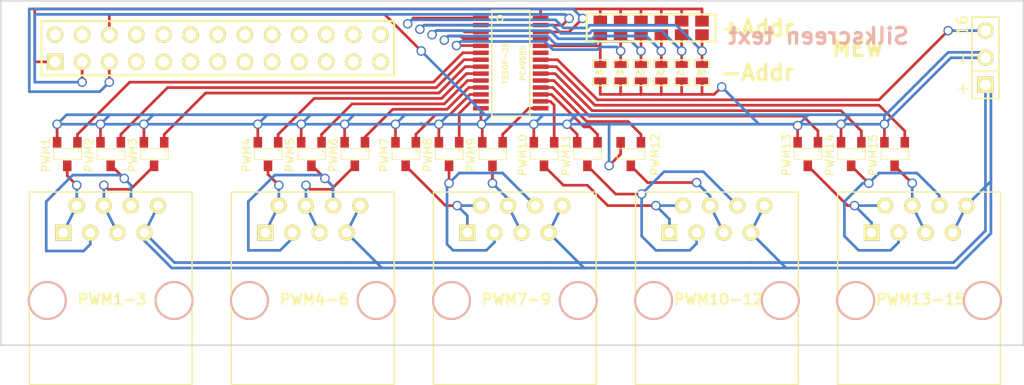
<source format=kicad_pcb>
(kicad_pcb (version 3) (host pcbnew "(2013-june-11)-stable")

  (general
    (links 0)
    (no_connects 0)
    (area 51.994999 35.3314 147.903001 71.818501)
    (thickness 1.6)
    (drawings 8)
    (tracks 441)
    (zones 0)
    (modules 30)
    (nets 1)
  )

  (page A3)
  (layers
    (15 Top signal)
    (0 Bottom signal)
    (16 B.Adhes user)
    (17 F.Adhes user)
    (18 B.Paste user)
    (19 F.Paste user)
    (20 B.SilkS user)
    (21 F.SilkS user)
    (22 B.Mask user)
    (23 F.Mask user)
    (24 Dwgs.User user)
    (25 Cmts.User user)
    (26 Eco1.User user)
    (27 Eco2.User user)
    (28 Edge.Cuts user)
  )

  (setup
    (last_trace_width 0.254)
    (trace_clearance 0.254)
    (zone_clearance 0.508)
    (zone_45_only no)
    (trace_min 0.254)
    (segment_width 0.2)
    (edge_width 0.15)
    (via_size 0.889)
    (via_drill 0.635)
    (via_min_size 0.889)
    (via_min_drill 0.508)
    (uvia_size 0.508)
    (uvia_drill 0.127)
    (uvias_allowed no)
    (uvia_min_size 0.508)
    (uvia_min_drill 0.127)
    (pcb_text_width 0.3)
    (pcb_text_size 1.5 1.5)
    (mod_edge_width 0.15)
    (mod_text_size 1.5 1.5)
    (mod_text_width 0.15)
    (pad_size 1.524 1.524)
    (pad_drill 0.762)
    (pad_to_mask_clearance 0.2)
    (aux_axis_origin 0 0)
    (visible_elements FFFFFBBF)
    (pcbplotparams
      (layerselection 284196865)
      (usegerberextensions true)
      (excludeedgelayer true)
      (linewidth 0.100000)
      (plotframeref false)
      (viasonmask false)
      (mode 1)
      (useauxorigin false)
      (hpglpennumber 1)
      (hpglpenspeed 20)
      (hpglpendiameter 15)
      (hpglpenoverlay 2)
      (psnegative false)
      (psa4output false)
      (plotreference true)
      (plotvalue true)
      (plotothertext true)
      (plotinvisibletext false)
      (padsonsilk false)
      (subtractmaskfromsilk false)
      (outputformat 1)
      (mirror false)
      (drillshape 0)
      (scaleselection 1)
      (outputdirectory /home/Lunariel/gerber/))
  )

  (net 0 "")

  (net_class Default "This is the default net class."
    (clearance 0.254)
    (trace_width 0.254)
    (via_dia 0.889)
    (via_drill 0.635)
    (uvia_dia 0.508)
    (uvia_drill 0.127)
    (add_net "")
  )

  (module GS_6x2 (layer Top) (tedit 5429CFB4) (tstamp 542B2A82)
    (at 112.649 38.1)
    (descr "Double rangee de contacts 2 x 8 pins")
    (tags CONN)
    (fp_text reference "" (at -2.15646 -2.02946) (layer F.SilkS)
      (effects (font (size 0.762 0.762) (thickness 0.1905)))
    )
    (fp_text value Val** (at 3.937 -2.032) (layer F.SilkS) hide
      (effects (font (size 0.762 0.762) (thickness 0.2032)))
    )
    (fp_line (start -5.715 -1.27) (end 6.35 -1.27) (layer F.SilkS) (width 0.2032))
    (fp_line (start 6.35 -1.27) (end 6.35 1.27) (layer F.SilkS) (width 0.2032))
    (fp_line (start 6.35 1.27) (end -5.715 1.27) (layer F.SilkS) (width 0.2032))
    (fp_line (start -5.715 1.27) (end -5.715 -1.27) (layer F.SilkS) (width 0.2032))
    (pad 1 smd rect (at -4.445 0.635) (size 1.27 1.016)
      (layers Top F.Paste F.Mask)
    )
    (pad 2 smd rect (at -4.445 -0.635) (size 1.27 1.016)
      (layers Top F.Paste F.Mask)
    )
    (pad 3 smd rect (at -2.54 0.635) (size 1.27 1.016)
      (layers Top F.Paste F.Mask)
    )
    (pad 4 smd rect (at -2.54 -0.635) (size 1.27 1.016)
      (layers Top F.Paste F.Mask)
    )
    (pad 5 smd rect (at -0.635 0.635) (size 1.27 1.016)
      (layers Top F.Paste F.Mask)
    )
    (pad 6 smd rect (at -0.635 -0.635) (size 1.27 1.016)
      (layers Top F.Paste F.Mask)
    )
    (pad 7 smd rect (at 1.27 0.635) (size 1.27 1.016)
      (layers Top F.Paste F.Mask)
    )
    (pad 8 smd rect (at 1.27 -0.635) (size 1.27 1.016)
      (layers Top F.Paste F.Mask)
    )
    (pad 9 smd rect (at 3.175 0.635) (size 1.27 1.016)
      (layers Top F.Paste F.Mask)
    )
    (pad 10 smd rect (at 3.175 -0.635) (size 1.27 1.016)
      (layers Top F.Paste F.Mask)
    )
    (pad 11 smd rect (at 5.08 0.635) (size 1.27 1.016)
      (layers Top F.Paste F.Mask)
    )
    (pad 12 smd rect (at 5.08 -0.635) (size 1.27 1.016)
      (layers Top F.Paste F.Mask)
    )
  )

  (module pin_array_13x2 (layer Top) (tedit 5429D015) (tstamp 542A7DC7)
    (at 72.39 40.005)
    (descr "2 x 13 pins connector")
    (tags CONN)
    (fp_text reference "" (at -7.62 -3.81) (layer F.SilkS)
      (effects (font (size 1.016 1.016) (thickness 0.2032)))
    )
    (fp_text value "" (at 7.62 -3.81) (layer F.SilkS)
      (effects (font (size 1.016 1.016) (thickness 0.2032)))
    )
    (fp_line (start -16.51 2.54) (end 16.51 2.54) (layer F.SilkS) (width 0.2032))
    (fp_line (start 16.51 -2.54) (end -16.51 -2.54) (layer F.SilkS) (width 0.2032))
    (fp_line (start -16.51 -2.54) (end -16.51 2.54) (layer F.SilkS) (width 0.2032))
    (fp_line (start 16.51 2.54) (end 16.51 -2.54) (layer F.SilkS) (width 0.2032))
    (pad 1 thru_hole rect (at -15.24 1.27) (size 1.524 1.524) (drill 1.016)
      (layers *.Cu *.Mask F.SilkS)
    )
    (pad 2 thru_hole circle (at -15.24 -1.27) (size 1.524 1.524) (drill 1.016)
      (layers *.Cu *.Mask F.SilkS)
    )
    (pad 3 thru_hole circle (at -12.7 1.27) (size 1.524 1.524) (drill 1.016)
      (layers *.Cu *.Mask F.SilkS)
    )
    (pad 4 thru_hole circle (at -12.7 -1.27) (size 1.524 1.524) (drill 1.016)
      (layers *.Cu *.Mask F.SilkS)
    )
    (pad 5 thru_hole circle (at -10.16 1.27) (size 1.524 1.524) (drill 1.016)
      (layers *.Cu *.Mask F.SilkS)
    )
    (pad 6 thru_hole circle (at -10.16 -1.27) (size 1.524 1.524) (drill 1.016)
      (layers *.Cu *.Mask F.SilkS)
    )
    (pad 7 thru_hole circle (at -7.62 1.27) (size 1.524 1.524) (drill 1.016)
      (layers *.Cu *.Mask F.SilkS)
    )
    (pad 8 thru_hole circle (at -7.62 -1.27) (size 1.524 1.524) (drill 1.016)
      (layers *.Cu *.Mask F.SilkS)
    )
    (pad 9 thru_hole circle (at -5.08 1.27) (size 1.524 1.524) (drill 1.016)
      (layers *.Cu *.Mask F.SilkS)
    )
    (pad 10 thru_hole circle (at -5.08 -1.27) (size 1.524 1.524) (drill 1.016)
      (layers *.Cu *.Mask F.SilkS)
    )
    (pad 11 thru_hole circle (at -2.54 1.27) (size 1.524 1.524) (drill 1.016)
      (layers *.Cu *.Mask F.SilkS)
    )
    (pad 12 thru_hole circle (at -2.54 -1.27) (size 1.524 1.524) (drill 1.016)
      (layers *.Cu *.Mask F.SilkS)
    )
    (pad 13 thru_hole circle (at 0 1.27) (size 1.524 1.524) (drill 1.016)
      (layers *.Cu *.Mask F.SilkS)
    )
    (pad 14 thru_hole circle (at 0 -1.27) (size 1.524 1.524) (drill 1.016)
      (layers *.Cu *.Mask F.SilkS)
    )
    (pad 15 thru_hole circle (at 2.54 1.27) (size 1.524 1.524) (drill 1.016)
      (layers *.Cu *.Mask F.SilkS)
    )
    (pad 16 thru_hole circle (at 2.54 -1.27) (size 1.524 1.524) (drill 1.016)
      (layers *.Cu *.Mask F.SilkS)
    )
    (pad 17 thru_hole circle (at 5.08 1.27) (size 1.524 1.524) (drill 1.016)
      (layers *.Cu *.Mask F.SilkS)
    )
    (pad 18 thru_hole circle (at 5.08 -1.27) (size 1.524 1.524) (drill 1.016)
      (layers *.Cu *.Mask F.SilkS)
    )
    (pad 19 thru_hole circle (at 7.62 1.27) (size 1.524 1.524) (drill 1.016)
      (layers *.Cu *.Mask F.SilkS)
    )
    (pad 20 thru_hole circle (at 7.62 -1.27) (size 1.524 1.524) (drill 1.016)
      (layers *.Cu *.Mask F.SilkS)
    )
    (pad 21 thru_hole circle (at 10.16 1.27) (size 1.524 1.524) (drill 1.016)
      (layers *.Cu *.Mask F.SilkS)
    )
    (pad 22 thru_hole circle (at 10.16 -1.27) (size 1.524 1.524) (drill 1.016)
      (layers *.Cu *.Mask F.SilkS)
    )
    (pad 23 thru_hole circle (at 12.7 1.27) (size 1.524 1.524) (drill 1.016)
      (layers *.Cu *.Mask F.SilkS)
    )
    (pad 24 thru_hole circle (at 12.7 -1.27) (size 1.524 1.524) (drill 1.016)
      (layers *.Cu *.Mask F.SilkS)
    )
    (pad 25 thru_hole circle (at 15.24 1.27) (size 1.524 1.524) (drill 1.016)
      (layers *.Cu *.Mask F.SilkS)
    )
    (pad 26 thru_hole circle (at 15.24 -1.27) (size 1.524 1.524) (drill 1.016)
      (layers *.Cu *.Mask F.SilkS)
    )
    (model pin_array/pins_array_13x2.wrl
      (at (xyz 0 0 0))
      (scale (xyz 1 1 1))
      (rotate (xyz 0 0 0))
    )
  )

  (module SOT23 (layer Top) (tedit 5429D16E) (tstamp 54298D6A)
    (at 58.293 49.911 180)
    (tags SOT23)
    (fp_text reference PWM1 (at 1.99898 -0.09906 270) (layer F.SilkS)
      (effects (font (size 0.762 0.762) (thickness 0.11938)))
    )
    (fp_text value "" (at 0.0635 0 180) (layer F.SilkS)
      (effects (font (size 0.50038 0.50038) (thickness 0.09906)))
    )
    (fp_circle (center -1.17602 0.35052) (end -1.30048 0.44958) (layer F.SilkS) (width 0.07874))
    (fp_line (start 1.27 -0.508) (end 1.27 0.508) (layer F.SilkS) (width 0.07874))
    (fp_line (start -1.3335 -0.508) (end -1.3335 0.508) (layer F.SilkS) (width 0.07874))
    (fp_line (start 1.27 0.508) (end -1.3335 0.508) (layer F.SilkS) (width 0.07874))
    (fp_line (start -1.3335 -0.508) (end 1.27 -0.508) (layer F.SilkS) (width 0.07874))
    (pad 3 smd rect (at 0 -1.09982 180) (size 0.8001 1.00076)
      (layers Top F.Paste F.Mask)
    )
    (pad 2 smd rect (at 0.9525 1.09982 180) (size 0.8001 1.00076)
      (layers Top F.Paste F.Mask)
    )
    (pad 1 smd rect (at -0.9525 1.09982 180) (size 0.8001 1.00076)
      (layers Top F.Paste F.Mask)
    )
    (model smd\SOT23_3.wrl
      (at (xyz 0 0 0))
      (scale (xyz 0.4 0.4 0.4))
      (rotate (xyz 0 0 180))
    )
  )

  (module SOT23 (layer Top) (tedit 5429D168) (tstamp 5429E9DB)
    (at 62.357 49.911 180)
    (tags SOT23)
    (fp_text reference PWM2 (at 1.99898 -0.09906 270) (layer F.SilkS)
      (effects (font (size 0.762 0.762) (thickness 0.11938)))
    )
    (fp_text value "" (at 0.0635 0 180) (layer F.SilkS)
      (effects (font (size 0.50038 0.50038) (thickness 0.09906)))
    )
    (fp_circle (center -1.17602 0.35052) (end -1.30048 0.44958) (layer F.SilkS) (width 0.07874))
    (fp_line (start 1.27 -0.508) (end 1.27 0.508) (layer F.SilkS) (width 0.07874))
    (fp_line (start -1.3335 -0.508) (end -1.3335 0.508) (layer F.SilkS) (width 0.07874))
    (fp_line (start 1.27 0.508) (end -1.3335 0.508) (layer F.SilkS) (width 0.07874))
    (fp_line (start -1.3335 -0.508) (end 1.27 -0.508) (layer F.SilkS) (width 0.07874))
    (pad 3 smd rect (at 0 -1.09982 180) (size 0.8001 1.00076)
      (layers Top F.Paste F.Mask)
    )
    (pad 2 smd rect (at 0.9525 1.09982 180) (size 0.8001 1.00076)
      (layers Top F.Paste F.Mask)
    )
    (pad 1 smd rect (at -0.9525 1.09982 180) (size 0.8001 1.00076)
      (layers Top F.Paste F.Mask)
    )
    (model smd\SOT23_3.wrl
      (at (xyz 0 0 0))
      (scale (xyz 0.4 0.4 0.4))
      (rotate (xyz 0 0 180))
    )
  )

  (module SOT23 (layer Top) (tedit 5429D162) (tstamp 5429E9F2)
    (at 66.421 49.911 180)
    (tags SOT23)
    (fp_text reference PWM3 (at 1.99898 -0.09906 270) (layer F.SilkS)
      (effects (font (size 0.762 0.762) (thickness 0.11938)))
    )
    (fp_text value "" (at 0.0635 0 180) (layer F.SilkS)
      (effects (font (size 0.50038 0.50038) (thickness 0.09906)))
    )
    (fp_circle (center -1.17602 0.35052) (end -1.30048 0.44958) (layer F.SilkS) (width 0.07874))
    (fp_line (start 1.27 -0.508) (end 1.27 0.508) (layer F.SilkS) (width 0.07874))
    (fp_line (start -1.3335 -0.508) (end -1.3335 0.508) (layer F.SilkS) (width 0.07874))
    (fp_line (start 1.27 0.508) (end -1.3335 0.508) (layer F.SilkS) (width 0.07874))
    (fp_line (start -1.3335 -0.508) (end 1.27 -0.508) (layer F.SilkS) (width 0.07874))
    (pad 3 smd rect (at 0 -1.09982 180) (size 0.8001 1.00076)
      (layers Top F.Paste F.Mask)
    )
    (pad 2 smd rect (at 0.9525 1.09982 180) (size 0.8001 1.00076)
      (layers Top F.Paste F.Mask)
    )
    (pad 1 smd rect (at -0.9525 1.09982 180) (size 0.8001 1.00076)
      (layers Top F.Paste F.Mask)
    )
    (model smd\SOT23_3.wrl
      (at (xyz 0 0 0))
      (scale (xyz 0.4 0.4 0.4))
      (rotate (xyz 0 0 180))
    )
  )

  (module SOT23 (layer Top) (tedit 5429D1ED) (tstamp 5429EA09)
    (at 98.1075 49.911 180)
    (tags SOT23)
    (fp_text reference PWM9 (at 1.99898 -0.09906 270) (layer F.SilkS)
      (effects (font (size 0.762 0.762) (thickness 0.11938)))
    )
    (fp_text value "" (at 0.0635 0 180) (layer F.SilkS)
      (effects (font (size 0.50038 0.50038) (thickness 0.09906)))
    )
    (fp_circle (center -1.17602 0.35052) (end -1.30048 0.44958) (layer F.SilkS) (width 0.07874))
    (fp_line (start 1.27 -0.508) (end 1.27 0.508) (layer F.SilkS) (width 0.07874))
    (fp_line (start -1.3335 -0.508) (end -1.3335 0.508) (layer F.SilkS) (width 0.07874))
    (fp_line (start 1.27 0.508) (end -1.3335 0.508) (layer F.SilkS) (width 0.07874))
    (fp_line (start -1.3335 -0.508) (end 1.27 -0.508) (layer F.SilkS) (width 0.07874))
    (pad 3 smd rect (at 0 -1.09982 180) (size 0.8001 1.00076)
      (layers Top F.Paste F.Mask)
    )
    (pad 2 smd rect (at 0.9525 1.09982 180) (size 0.8001 1.00076)
      (layers Top F.Paste F.Mask)
    )
    (pad 1 smd rect (at -0.9525 1.09982 180) (size 0.8001 1.00076)
      (layers Top F.Paste F.Mask)
    )
    (model smd\SOT23_3.wrl
      (at (xyz 0 0 0))
      (scale (xyz 0.4 0.4 0.4))
      (rotate (xyz 0 0 180))
    )
  )

  (module RJ45_8 (layer Top) (tedit 5429D214) (tstamp 542AA23E)
    (at 62.357 63.627)
    (tags RJ45)
    (fp_text reference "" (at 0.254 4.826) (layer F.SilkS)
      (effects (font (size 1.524 1.524) (thickness 0.3048)))
    )
    (fp_text value PWM1-3 (at 0.14224 -0.1016) (layer F.SilkS)
      (effects (font (size 1.00076 1.00076) (thickness 0.2032)))
    )
    (fp_line (start -7.62 7.874) (end 7.62 7.874) (layer F.SilkS) (width 0.127))
    (fp_line (start 7.62 7.874) (end 7.62 -10.16) (layer F.SilkS) (width 0.127))
    (fp_line (start 7.62 -10.16) (end -7.62 -10.16) (layer F.SilkS) (width 0.127))
    (fp_line (start -7.62 -10.16) (end -7.62 7.874) (layer F.SilkS) (width 0.127))
    (pad Hole np_thru_hole circle (at 5.93852 0) (size 3.64998 3.64998) (drill 3.2512)
      (layers *.Cu *.SilkS *.Mask)
    )
    (pad Hole np_thru_hole circle (at -5.9309 0) (size 3.64998 3.64998) (drill 3.2512)
      (layers *.Cu *.SilkS *.Mask)
    )
    (pad 1 thru_hole rect (at -4.445 -6.35) (size 1.50114 1.50114) (drill 0.89916)
      (layers *.Cu *.Mask F.SilkS)
    )
    (pad 2 thru_hole circle (at -3.175 -8.89) (size 1.50114 1.50114) (drill 0.89916)
      (layers *.Cu *.Mask F.SilkS)
    )
    (pad 3 thru_hole circle (at -1.905 -6.35) (size 1.50114 1.50114) (drill 0.89916)
      (layers *.Cu *.Mask F.SilkS)
    )
    (pad 4 thru_hole circle (at -0.635 -8.89) (size 1.50114 1.50114) (drill 0.89916)
      (layers *.Cu *.Mask F.SilkS)
    )
    (pad 5 thru_hole circle (at 0.635 -6.35) (size 1.50114 1.50114) (drill 0.89916)
      (layers *.Cu *.Mask F.SilkS)
    )
    (pad 6 thru_hole circle (at 1.905 -8.89) (size 1.50114 1.50114) (drill 0.89916)
      (layers *.Cu *.Mask F.SilkS)
    )
    (pad 7 thru_hole circle (at 3.175 -6.35) (size 1.50114 1.50114) (drill 0.89916)
      (layers *.Cu *.Mask F.SilkS)
    )
    (pad 8 thru_hole circle (at 4.445 -8.89) (size 1.50114 1.50114) (drill 0.89916)
      (layers *.Cu *.Mask F.SilkS)
    )
    (model connectors/RJ45_8.wrl
      (at (xyz 0 0 0))
      (scale (xyz 0.4 0.4 0.4))
      (rotate (xyz 0 0 0))
    )
  )

  (module SOT23 (layer Top) (tedit 5429D175) (tstamp 542AA36A)
    (at 77.089 49.911 180)
    (tags SOT23)
    (fp_text reference PWM4 (at 1.99898 -0.09906 270) (layer F.SilkS)
      (effects (font (size 0.762 0.762) (thickness 0.11938)))
    )
    (fp_text value "" (at 0.0635 0 180) (layer F.SilkS)
      (effects (font (size 0.50038 0.50038) (thickness 0.09906)))
    )
    (fp_circle (center -1.17602 0.35052) (end -1.30048 0.44958) (layer F.SilkS) (width 0.07874))
    (fp_line (start 1.27 -0.508) (end 1.27 0.508) (layer F.SilkS) (width 0.07874))
    (fp_line (start -1.3335 -0.508) (end -1.3335 0.508) (layer F.SilkS) (width 0.07874))
    (fp_line (start 1.27 0.508) (end -1.3335 0.508) (layer F.SilkS) (width 0.07874))
    (fp_line (start -1.3335 -0.508) (end 1.27 -0.508) (layer F.SilkS) (width 0.07874))
    (pad 3 smd rect (at 0 -1.09982 180) (size 0.8001 1.00076)
      (layers Top F.Paste F.Mask)
    )
    (pad 2 smd rect (at 0.9525 1.09982 180) (size 0.8001 1.00076)
      (layers Top F.Paste F.Mask)
    )
    (pad 1 smd rect (at -0.9525 1.09982 180) (size 0.8001 1.00076)
      (layers Top F.Paste F.Mask)
    )
    (model smd\SOT23_3.wrl
      (at (xyz 0 0 0))
      (scale (xyz 0.4 0.4 0.4))
      (rotate (xyz 0 0 180))
    )
  )

  (module SM0603_Resistor (layer Top) (tedit 5429CF2D) (tstamp 542B9CEB)
    (at 108.204 42.291 90)
    (attr smd)
    (fp_text reference A5 (at 0.0635 -0.0635 180) (layer F.SilkS)
      (effects (font (size 0.50038 0.4572) (thickness 0.1143)))
    )
    (fp_text value "" (at -1.69926 0 180) (layer F.SilkS)
      (effects (font (size 0.508 0.4572) (thickness 0.1143)))
    )
    (fp_line (start -0.50038 -0.6985) (end -1.2065 -0.6985) (layer F.SilkS) (width 0.127))
    (fp_line (start -1.2065 -0.6985) (end -1.2065 0.6985) (layer F.SilkS) (width 0.127))
    (fp_line (start -1.2065 0.6985) (end -0.50038 0.6985) (layer F.SilkS) (width 0.127))
    (fp_line (start 1.2065 -0.6985) (end 0.50038 -0.6985) (layer F.SilkS) (width 0.127))
    (fp_line (start 1.2065 -0.6985) (end 1.2065 0.6985) (layer F.SilkS) (width 0.127))
    (fp_line (start 1.2065 0.6985) (end 0.50038 0.6985) (layer F.SilkS) (width 0.127))
    (pad 1 smd rect (at -0.762 0 90) (size 0.635 1.143)
      (layers Top F.Paste F.Mask)
    )
    (pad 2 smd rect (at 0.762 0 90) (size 0.635 1.143)
      (layers Top F.Paste F.Mask)
    )
    (model smd\resistors\R0603.wrl
      (at (xyz 0 0 0.001))
      (scale (xyz 0.5 0.5 0.5))
      (rotate (xyz 0 0 0))
    )
  )

  (module SM0603_Resistor (layer Top) (tedit 5429CF45) (tstamp 542B9D3B)
    (at 110.109 42.291 90)
    (attr smd)
    (fp_text reference A4 (at 0.0635 -0.0635 180) (layer F.SilkS)
      (effects (font (size 0.50038 0.4572) (thickness 0.1143)))
    )
    (fp_text value "" (at -1.69926 0 180) (layer F.SilkS)
      (effects (font (size 0.508 0.4572) (thickness 0.1143)))
    )
    (fp_line (start -0.50038 -0.6985) (end -1.2065 -0.6985) (layer F.SilkS) (width 0.127))
    (fp_line (start -1.2065 -0.6985) (end -1.2065 0.6985) (layer F.SilkS) (width 0.127))
    (fp_line (start -1.2065 0.6985) (end -0.50038 0.6985) (layer F.SilkS) (width 0.127))
    (fp_line (start 1.2065 -0.6985) (end 0.50038 -0.6985) (layer F.SilkS) (width 0.127))
    (fp_line (start 1.2065 -0.6985) (end 1.2065 0.6985) (layer F.SilkS) (width 0.127))
    (fp_line (start 1.2065 0.6985) (end 0.50038 0.6985) (layer F.SilkS) (width 0.127))
    (pad 1 smd rect (at -0.762 0 90) (size 0.635 1.143)
      (layers Top F.Paste F.Mask)
    )
    (pad 2 smd rect (at 0.762 0 90) (size 0.635 1.143)
      (layers Top F.Paste F.Mask)
    )
    (model smd\resistors\R0603.wrl
      (at (xyz 0 0 0.001))
      (scale (xyz 0.5 0.5 0.5))
      (rotate (xyz 0 0 0))
    )
  )

  (module SM0603_Resistor (layer Top) (tedit 5429CF5F) (tstamp 542B9D52)
    (at 117.729 42.291 90)
    (attr smd)
    (fp_text reference A0 (at 0.0635 -0.0635 180) (layer F.SilkS)
      (effects (font (size 0.50038 0.4572) (thickness 0.1143)))
    )
    (fp_text value "" (at -1.69926 0 180) (layer F.SilkS)
      (effects (font (size 0.508 0.4572) (thickness 0.1143)))
    )
    (fp_line (start -0.50038 -0.6985) (end -1.2065 -0.6985) (layer F.SilkS) (width 0.127))
    (fp_line (start -1.2065 -0.6985) (end -1.2065 0.6985) (layer F.SilkS) (width 0.127))
    (fp_line (start -1.2065 0.6985) (end -0.50038 0.6985) (layer F.SilkS) (width 0.127))
    (fp_line (start 1.2065 -0.6985) (end 0.50038 -0.6985) (layer F.SilkS) (width 0.127))
    (fp_line (start 1.2065 -0.6985) (end 1.2065 0.6985) (layer F.SilkS) (width 0.127))
    (fp_line (start 1.2065 0.6985) (end 0.50038 0.6985) (layer F.SilkS) (width 0.127))
    (pad 1 smd rect (at -0.762 0 90) (size 0.635 1.143)
      (layers Top F.Paste F.Mask)
    )
    (pad 2 smd rect (at 0.762 0 90) (size 0.635 1.143)
      (layers Top F.Paste F.Mask)
    )
    (model smd\resistors\R0603.wrl
      (at (xyz 0 0 0.001))
      (scale (xyz 0.5 0.5 0.5))
      (rotate (xyz 0 0 0))
    )
  )

  (module SM0603_Resistor (layer Top) (tedit 5429CF4B) (tstamp 542B9D69)
    (at 112.014 42.291 90)
    (attr smd)
    (fp_text reference A3 (at 0.0635 -0.0635 180) (layer F.SilkS)
      (effects (font (size 0.50038 0.4572) (thickness 0.1143)))
    )
    (fp_text value "" (at -1.69926 0 180) (layer F.SilkS)
      (effects (font (size 0.508 0.4572) (thickness 0.1143)))
    )
    (fp_line (start -0.50038 -0.6985) (end -1.2065 -0.6985) (layer F.SilkS) (width 0.127))
    (fp_line (start -1.2065 -0.6985) (end -1.2065 0.6985) (layer F.SilkS) (width 0.127))
    (fp_line (start -1.2065 0.6985) (end -0.50038 0.6985) (layer F.SilkS) (width 0.127))
    (fp_line (start 1.2065 -0.6985) (end 0.50038 -0.6985) (layer F.SilkS) (width 0.127))
    (fp_line (start 1.2065 -0.6985) (end 1.2065 0.6985) (layer F.SilkS) (width 0.127))
    (fp_line (start 1.2065 0.6985) (end 0.50038 0.6985) (layer F.SilkS) (width 0.127))
    (pad 1 smd rect (at -0.762 0 90) (size 0.635 1.143)
      (layers Top F.Paste F.Mask)
    )
    (pad 2 smd rect (at 0.762 0 90) (size 0.635 1.143)
      (layers Top F.Paste F.Mask)
    )
    (model smd\resistors\R0603.wrl
      (at (xyz 0 0 0.001))
      (scale (xyz 0.5 0.5 0.5))
      (rotate (xyz 0 0 0))
    )
  )

  (module SM0603_Resistor (layer Top) (tedit 5429CF54) (tstamp 542B9D80)
    (at 113.919 42.291 90)
    (attr smd)
    (fp_text reference A2 (at 0.0635 -0.0635 180) (layer F.SilkS)
      (effects (font (size 0.50038 0.4572) (thickness 0.1143)))
    )
    (fp_text value "" (at -1.69926 0 180) (layer F.SilkS)
      (effects (font (size 0.508 0.4572) (thickness 0.1143)))
    )
    (fp_line (start -0.50038 -0.6985) (end -1.2065 -0.6985) (layer F.SilkS) (width 0.127))
    (fp_line (start -1.2065 -0.6985) (end -1.2065 0.6985) (layer F.SilkS) (width 0.127))
    (fp_line (start -1.2065 0.6985) (end -0.50038 0.6985) (layer F.SilkS) (width 0.127))
    (fp_line (start 1.2065 -0.6985) (end 0.50038 -0.6985) (layer F.SilkS) (width 0.127))
    (fp_line (start 1.2065 -0.6985) (end 1.2065 0.6985) (layer F.SilkS) (width 0.127))
    (fp_line (start 1.2065 0.6985) (end 0.50038 0.6985) (layer F.SilkS) (width 0.127))
    (pad 1 smd rect (at -0.762 0 90) (size 0.635 1.143)
      (layers Top F.Paste F.Mask)
    )
    (pad 2 smd rect (at 0.762 0 90) (size 0.635 1.143)
      (layers Top F.Paste F.Mask)
    )
    (model smd\resistors\R0603.wrl
      (at (xyz 0 0 0.001))
      (scale (xyz 0.5 0.5 0.5))
      (rotate (xyz 0 0 0))
    )
  )

  (module SM0603_Resistor (layer Top) (tedit 5429CF59) (tstamp 542B9D97)
    (at 115.824 42.291 90)
    (attr smd)
    (fp_text reference A1 (at 0.0635 -0.0635 180) (layer F.SilkS)
      (effects (font (size 0.50038 0.4572) (thickness 0.1143)))
    )
    (fp_text value "" (at -1.69926 0 180) (layer F.SilkS)
      (effects (font (size 0.508 0.4572) (thickness 0.1143)))
    )
    (fp_line (start -0.50038 -0.6985) (end -1.2065 -0.6985) (layer F.SilkS) (width 0.127))
    (fp_line (start -1.2065 -0.6985) (end -1.2065 0.6985) (layer F.SilkS) (width 0.127))
    (fp_line (start -1.2065 0.6985) (end -0.50038 0.6985) (layer F.SilkS) (width 0.127))
    (fp_line (start 1.2065 -0.6985) (end 0.50038 -0.6985) (layer F.SilkS) (width 0.127))
    (fp_line (start 1.2065 -0.6985) (end 1.2065 0.6985) (layer F.SilkS) (width 0.127))
    (fp_line (start 1.2065 0.6985) (end 0.50038 0.6985) (layer F.SilkS) (width 0.127))
    (pad 1 smd rect (at -0.762 0 90) (size 0.635 1.143)
      (layers Top F.Paste F.Mask)
    )
    (pad 2 smd rect (at 0.762 0 90) (size 0.635 1.143)
      (layers Top F.Paste F.Mask)
    )
    (model smd\resistors\R0603.wrl
      (at (xyz 0 0 0.001))
      (scale (xyz 0.5 0.5 0.5))
      (rotate (xyz 0 0 0))
    )
  )

  (module RJ45_8 (layer Top) (tedit 5429D20B) (tstamp 542B9FFB)
    (at 81.28 63.627)
    (tags RJ45)
    (fp_text reference "" (at 0.254 4.826) (layer F.SilkS)
      (effects (font (size 1.524 1.524) (thickness 0.3048)))
    )
    (fp_text value PWM4-6 (at 0.14224 -0.1016) (layer F.SilkS)
      (effects (font (size 1.00076 1.00076) (thickness 0.2032)))
    )
    (fp_line (start -7.62 7.874) (end 7.62 7.874) (layer F.SilkS) (width 0.127))
    (fp_line (start 7.62 7.874) (end 7.62 -10.16) (layer F.SilkS) (width 0.127))
    (fp_line (start 7.62 -10.16) (end -7.62 -10.16) (layer F.SilkS) (width 0.127))
    (fp_line (start -7.62 -10.16) (end -7.62 7.874) (layer F.SilkS) (width 0.127))
    (pad Hole np_thru_hole circle (at 5.93852 0) (size 3.64998 3.64998) (drill 3.2512)
      (layers *.Cu *.SilkS *.Mask)
    )
    (pad Hole np_thru_hole circle (at -5.9309 0) (size 3.64998 3.64998) (drill 3.2512)
      (layers *.Cu *.SilkS *.Mask)
    )
    (pad 1 thru_hole rect (at -4.445 -6.35) (size 1.50114 1.50114) (drill 0.89916)
      (layers *.Cu *.Mask F.SilkS)
    )
    (pad 2 thru_hole circle (at -3.175 -8.89) (size 1.50114 1.50114) (drill 0.89916)
      (layers *.Cu *.Mask F.SilkS)
    )
    (pad 3 thru_hole circle (at -1.905 -6.35) (size 1.50114 1.50114) (drill 0.89916)
      (layers *.Cu *.Mask F.SilkS)
    )
    (pad 4 thru_hole circle (at -0.635 -8.89) (size 1.50114 1.50114) (drill 0.89916)
      (layers *.Cu *.Mask F.SilkS)
    )
    (pad 5 thru_hole circle (at 0.635 -6.35) (size 1.50114 1.50114) (drill 0.89916)
      (layers *.Cu *.Mask F.SilkS)
    )
    (pad 6 thru_hole circle (at 1.905 -8.89) (size 1.50114 1.50114) (drill 0.89916)
      (layers *.Cu *.Mask F.SilkS)
    )
    (pad 7 thru_hole circle (at 3.175 -6.35) (size 1.50114 1.50114) (drill 0.89916)
      (layers *.Cu *.Mask F.SilkS)
    )
    (pad 8 thru_hole circle (at 4.445 -8.89) (size 1.50114 1.50114) (drill 0.89916)
      (layers *.Cu *.Mask F.SilkS)
    )
    (model connectors/RJ45_8.wrl
      (at (xyz 0 0 0))
      (scale (xyz 0.4 0.4 0.4))
      (rotate (xyz 0 0 0))
    )
  )

  (module RJ45_8 (layer Top) (tedit 5429D218) (tstamp 542BA01E)
    (at 100.203 63.627)
    (tags RJ45)
    (fp_text reference "" (at 0.254 4.826) (layer F.SilkS)
      (effects (font (size 1.524 1.524) (thickness 0.3048)))
    )
    (fp_text value PWM7-9 (at 0.14224 -0.1016) (layer F.SilkS)
      (effects (font (size 1.00076 1.00076) (thickness 0.2032)))
    )
    (fp_line (start -7.62 7.874) (end 7.62 7.874) (layer F.SilkS) (width 0.127))
    (fp_line (start 7.62 7.874) (end 7.62 -10.16) (layer F.SilkS) (width 0.127))
    (fp_line (start 7.62 -10.16) (end -7.62 -10.16) (layer F.SilkS) (width 0.127))
    (fp_line (start -7.62 -10.16) (end -7.62 7.874) (layer F.SilkS) (width 0.127))
    (pad Hole np_thru_hole circle (at 5.93852 0) (size 3.64998 3.64998) (drill 3.2512)
      (layers *.Cu *.SilkS *.Mask)
    )
    (pad Hole np_thru_hole circle (at -5.9309 0) (size 3.64998 3.64998) (drill 3.2512)
      (layers *.Cu *.SilkS *.Mask)
    )
    (pad 1 thru_hole rect (at -4.445 -6.35) (size 1.50114 1.50114) (drill 0.89916)
      (layers *.Cu *.Mask F.SilkS)
    )
    (pad 2 thru_hole circle (at -3.175 -8.89) (size 1.50114 1.50114) (drill 0.89916)
      (layers *.Cu *.Mask F.SilkS)
    )
    (pad 3 thru_hole circle (at -1.905 -6.35) (size 1.50114 1.50114) (drill 0.89916)
      (layers *.Cu *.Mask F.SilkS)
    )
    (pad 4 thru_hole circle (at -0.635 -8.89) (size 1.50114 1.50114) (drill 0.89916)
      (layers *.Cu *.Mask F.SilkS)
    )
    (pad 5 thru_hole circle (at 0.635 -6.35) (size 1.50114 1.50114) (drill 0.89916)
      (layers *.Cu *.Mask F.SilkS)
    )
    (pad 6 thru_hole circle (at 1.905 -8.89) (size 1.50114 1.50114) (drill 0.89916)
      (layers *.Cu *.Mask F.SilkS)
    )
    (pad 7 thru_hole circle (at 3.175 -6.35) (size 1.50114 1.50114) (drill 0.89916)
      (layers *.Cu *.Mask F.SilkS)
    )
    (pad 8 thru_hole circle (at 4.445 -8.89) (size 1.50114 1.50114) (drill 0.89916)
      (layers *.Cu *.Mask F.SilkS)
    )
    (model connectors/RJ45_8.wrl
      (at (xyz 0 0 0))
      (scale (xyz 0.4 0.4 0.4))
      (rotate (xyz 0 0 0))
    )
  )

  (module RJ45_8 (layer Top) (tedit 5429D229) (tstamp 542BA041)
    (at 119.126 63.627)
    (tags RJ45)
    (fp_text reference "" (at 0.254 4.826) (layer F.SilkS)
      (effects (font (size 1.524 1.524) (thickness 0.3048)))
    )
    (fp_text value PWM10-12 (at 0.14224 -0.1016) (layer F.SilkS)
      (effects (font (size 1.00076 1.00076) (thickness 0.2032)))
    )
    (fp_line (start -7.62 7.874) (end 7.62 7.874) (layer F.SilkS) (width 0.127))
    (fp_line (start 7.62 7.874) (end 7.62 -10.16) (layer F.SilkS) (width 0.127))
    (fp_line (start 7.62 -10.16) (end -7.62 -10.16) (layer F.SilkS) (width 0.127))
    (fp_line (start -7.62 -10.16) (end -7.62 7.874) (layer F.SilkS) (width 0.127))
    (pad Hole np_thru_hole circle (at 5.93852 0) (size 3.64998 3.64998) (drill 3.2512)
      (layers *.Cu *.SilkS *.Mask)
    )
    (pad Hole np_thru_hole circle (at -5.9309 0) (size 3.64998 3.64998) (drill 3.2512)
      (layers *.Cu *.SilkS *.Mask)
    )
    (pad 1 thru_hole rect (at -4.445 -6.35) (size 1.50114 1.50114) (drill 0.89916)
      (layers *.Cu *.Mask F.SilkS)
    )
    (pad 2 thru_hole circle (at -3.175 -8.89) (size 1.50114 1.50114) (drill 0.89916)
      (layers *.Cu *.Mask F.SilkS)
    )
    (pad 3 thru_hole circle (at -1.905 -6.35) (size 1.50114 1.50114) (drill 0.89916)
      (layers *.Cu *.Mask F.SilkS)
    )
    (pad 4 thru_hole circle (at -0.635 -8.89) (size 1.50114 1.50114) (drill 0.89916)
      (layers *.Cu *.Mask F.SilkS)
    )
    (pad 5 thru_hole circle (at 0.635 -6.35) (size 1.50114 1.50114) (drill 0.89916)
      (layers *.Cu *.Mask F.SilkS)
    )
    (pad 6 thru_hole circle (at 1.905 -8.89) (size 1.50114 1.50114) (drill 0.89916)
      (layers *.Cu *.Mask F.SilkS)
    )
    (pad 7 thru_hole circle (at 3.175 -6.35) (size 1.50114 1.50114) (drill 0.89916)
      (layers *.Cu *.Mask F.SilkS)
    )
    (pad 8 thru_hole circle (at 4.445 -8.89) (size 1.50114 1.50114) (drill 0.89916)
      (layers *.Cu *.Mask F.SilkS)
    )
    (model connectors/RJ45_8.wrl
      (at (xyz 0 0 0))
      (scale (xyz 0.4 0.4 0.4))
      (rotate (xyz 0 0 0))
    )
  )

  (module RJ45_8 (layer Top) (tedit 5429D231) (tstamp 542BA064)
    (at 138.049 63.627)
    (tags RJ45)
    (fp_text reference "" (at 0.254 4.826) (layer F.SilkS)
      (effects (font (size 1.524 1.524) (thickness 0.3048)))
    )
    (fp_text value PWM13-15 (at 0.14224 -0.1016) (layer F.SilkS)
      (effects (font (size 1.00076 1.00076) (thickness 0.2032)))
    )
    (fp_line (start -7.62 7.874) (end 7.62 7.874) (layer F.SilkS) (width 0.127))
    (fp_line (start 7.62 7.874) (end 7.62 -10.16) (layer F.SilkS) (width 0.127))
    (fp_line (start 7.62 -10.16) (end -7.62 -10.16) (layer F.SilkS) (width 0.127))
    (fp_line (start -7.62 -10.16) (end -7.62 7.874) (layer F.SilkS) (width 0.127))
    (pad Hole np_thru_hole circle (at 5.93852 0) (size 3.64998 3.64998) (drill 3.2512)
      (layers *.Cu *.SilkS *.Mask)
    )
    (pad Hole np_thru_hole circle (at -5.9309 0) (size 3.64998 3.64998) (drill 3.2512)
      (layers *.Cu *.SilkS *.Mask)
    )
    (pad 1 thru_hole rect (at -4.445 -6.35) (size 1.50114 1.50114) (drill 0.89916)
      (layers *.Cu *.Mask F.SilkS)
    )
    (pad 2 thru_hole circle (at -3.175 -8.89) (size 1.50114 1.50114) (drill 0.89916)
      (layers *.Cu *.Mask F.SilkS)
    )
    (pad 3 thru_hole circle (at -1.905 -6.35) (size 1.50114 1.50114) (drill 0.89916)
      (layers *.Cu *.Mask F.SilkS)
    )
    (pad 4 thru_hole circle (at -0.635 -8.89) (size 1.50114 1.50114) (drill 0.89916)
      (layers *.Cu *.Mask F.SilkS)
    )
    (pad 5 thru_hole circle (at 0.635 -6.35) (size 1.50114 1.50114) (drill 0.89916)
      (layers *.Cu *.Mask F.SilkS)
    )
    (pad 6 thru_hole circle (at 1.905 -8.89) (size 1.50114 1.50114) (drill 0.89916)
      (layers *.Cu *.Mask F.SilkS)
    )
    (pad 7 thru_hole circle (at 3.175 -6.35) (size 1.50114 1.50114) (drill 0.89916)
      (layers *.Cu *.Mask F.SilkS)
    )
    (pad 8 thru_hole circle (at 4.445 -8.89) (size 1.50114 1.50114) (drill 0.89916)
      (layers *.Cu *.Mask F.SilkS)
    )
    (model connectors/RJ45_8.wrl
      (at (xyz 0 0 0))
      (scale (xyz 0.4 0.4 0.4))
      (rotate (xyz 0 0 0))
    )
  )

  (module tssop-28 (layer Top) (tedit 5429D031) (tstamp 542BA0A3)
    (at 99.822 41.402 270)
    (descr TSSOP-28)
    (attr smd)
    (fp_text reference TSSOP-28 (at 0 0.508 270) (layer F.SilkS)
      (effects (font (size 0.50038 0.50038) (thickness 0.09906)))
    )
    (fp_text value PCA9685 (at 0 -1.143 270) (layer F.SilkS)
      (effects (font (size 0.50038 0.50038) (thickness 0.09906)))
    )
    (fp_line (start -4.953 -1.778) (end -4.953 1.778) (layer F.SilkS) (width 0.127))
    (fp_line (start 4.953 -1.778) (end 4.953 1.778) (layer F.SilkS) (width 0.127))
    (fp_line (start 4.953 -1.778) (end -4.953 -1.778) (layer F.SilkS) (width 0.127))
    (fp_line (start -4.953 1.778) (end 4.953 1.778) (layer F.SilkS) (width 0.127))
    (fp_circle (center -4.191 1.016) (end -4.318 1.27) (layer F.SilkS) (width 0.127))
    (pad 7 smd rect (at -0.32512 2.79908 270) (size 0.4191 1.47066)
      (layers Top F.Paste F.Mask)
    )
    (pad 8 smd rect (at 0.32512 2.79908 270) (size 0.4191 1.47066)
      (layers Top F.Paste F.Mask)
    )
    (pad 9 smd rect (at 0.97536 2.79908 270) (size 0.4191 1.47066)
      (layers Top F.Paste F.Mask)
    )
    (pad 10 smd rect (at 1.6256 2.79908 270) (size 0.4191 1.47066)
      (layers Top F.Paste F.Mask)
    )
    (pad 25 smd rect (at -2.26568 -2.794 270) (size 0.4191 1.47066)
      (layers Top F.Paste F.Mask)
    )
    (pad 4 smd rect (at -2.27584 2.79908 270) (size 0.4191 1.47066)
      (layers Top F.Paste F.Mask)
    )
    (pad 5 smd rect (at -1.6256 2.79908 270) (size 0.4191 1.47066)
      (layers Top F.Paste F.Mask)
    )
    (pad 6 smd rect (at -0.97536 2.79908 270) (size 0.4191 1.47066)
      (layers Top F.Paste F.Mask)
    )
    (pad 18 smd rect (at 2.27584 -2.79908 270) (size 0.4191 1.47066)
      (layers Top F.Paste F.Mask)
    )
    (pad 19 smd rect (at 1.6256 -2.79908 270) (size 0.4191 1.47066)
      (layers Top F.Paste F.Mask)
    )
    (pad 20 smd rect (at 0.97536 -2.79908 270) (size 0.4191 1.47066)
      (layers Top F.Paste F.Mask)
    )
    (pad 21 smd rect (at 0.32512 -2.79908 270) (size 0.4191 1.47066)
      (layers Top F.Paste F.Mask)
    )
    (pad 22 smd rect (at -0.32512 -2.79908 270) (size 0.4191 1.47066)
      (layers Top F.Paste F.Mask)
    )
    (pad 23 smd rect (at -0.97536 -2.79908 270) (size 0.4191 1.47066)
      (layers Top F.Paste F.Mask)
    )
    (pad 11 smd rect (at 2.27584 2.79908 270) (size 0.4191 1.47066)
      (layers Top F.Paste F.Mask)
    )
    (pad 24 smd rect (at -1.6256 -2.794 270) (size 0.4191 1.47066)
      (layers Top F.Paste F.Mask)
    )
    (pad 3 smd rect (at -2.92608 2.79908 270) (size 0.4191 1.47066)
      (layers Top F.Paste F.Mask)
    )
    (pad 12 smd rect (at 2.92608 2.79908 270) (size 0.4191 1.47066)
      (layers Top F.Paste F.Mask)
    )
    (pad 17 smd rect (at 2.92608 -2.79908 270) (size 0.4191 1.47066)
      (layers Top F.Paste F.Mask)
    )
    (pad 26 smd rect (at -2.92608 -2.79908 270) (size 0.4191 1.47066)
      (layers Top F.Paste F.Mask)
    )
    (pad 2 smd rect (at -3.57378 2.79908 270) (size 0.4191 1.47066)
      (layers Top F.Paste F.Mask)
    )
    (pad 13 smd rect (at 3.57378 2.79908 270) (size 0.4191 1.47066)
      (layers Top F.Paste F.Mask)
    )
    (pad 16 smd rect (at 3.57378 -2.79908 270) (size 0.4191 1.47066)
      (layers Top F.Paste F.Mask)
    )
    (pad 27 smd rect (at -3.57378 -2.79908 270) (size 0.4191 1.47066)
      (layers Top F.Paste F.Mask)
    )
    (pad 1 smd rect (at -4.22402 2.79908 270) (size 0.4191 1.47066)
      (layers Top F.Paste F.Mask)
    )
    (pad 14 smd rect (at 4.22402 2.79908 270) (size 0.4191 1.47066)
      (layers Top F.Paste F.Mask)
    )
    (pad 15 smd rect (at 4.22402 -2.79908 270) (size 0.4191 1.47066)
      (layers Top F.Paste F.Mask)
    )
    (pad 28 smd rect (at -4.22402 -2.79908 270) (size 0.4191 1.47066)
      (layers Top F.Paste F.Mask)
    )
    (model smd/smd_dil/tssop-28.wrl
      (at (xyz 0 0 0))
      (scale (xyz 1 1 1))
      (rotate (xyz 0 0 0))
    )
  )

  (module SOT23 (layer Top) (tedit 5429D180) (tstamp 542BA6CB)
    (at 81.153 49.911 180)
    (tags SOT23)
    (fp_text reference PWM5 (at 1.99898 -0.09906 270) (layer F.SilkS)
      (effects (font (size 0.762 0.762) (thickness 0.11938)))
    )
    (fp_text value "" (at 0.0635 0 180) (layer F.SilkS)
      (effects (font (size 0.50038 0.50038) (thickness 0.09906)))
    )
    (fp_circle (center -1.17602 0.35052) (end -1.30048 0.44958) (layer F.SilkS) (width 0.07874))
    (fp_line (start 1.27 -0.508) (end 1.27 0.508) (layer F.SilkS) (width 0.07874))
    (fp_line (start -1.3335 -0.508) (end -1.3335 0.508) (layer F.SilkS) (width 0.07874))
    (fp_line (start 1.27 0.508) (end -1.3335 0.508) (layer F.SilkS) (width 0.07874))
    (fp_line (start -1.3335 -0.508) (end 1.27 -0.508) (layer F.SilkS) (width 0.07874))
    (pad 3 smd rect (at 0 -1.09982 180) (size 0.8001 1.00076)
      (layers Top F.Paste F.Mask)
    )
    (pad 2 smd rect (at 0.9525 1.09982 180) (size 0.8001 1.00076)
      (layers Top F.Paste F.Mask)
    )
    (pad 1 smd rect (at -0.9525 1.09982 180) (size 0.8001 1.00076)
      (layers Top F.Paste F.Mask)
    )
    (model smd\SOT23_3.wrl
      (at (xyz 0 0 0))
      (scale (xyz 0.4 0.4 0.4))
      (rotate (xyz 0 0 180))
    )
  )

  (module SOT23 (layer Top) (tedit 5429D18D) (tstamp 542BA6E2)
    (at 85.217 49.911 180)
    (tags SOT23)
    (fp_text reference PWM6 (at 1.99898 -0.09906 270) (layer F.SilkS)
      (effects (font (size 0.762 0.762) (thickness 0.11938)))
    )
    (fp_text value "" (at 0.0635 0 180) (layer F.SilkS)
      (effects (font (size 0.50038 0.50038) (thickness 0.09906)))
    )
    (fp_circle (center -1.17602 0.35052) (end -1.30048 0.44958) (layer F.SilkS) (width 0.07874))
    (fp_line (start 1.27 -0.508) (end 1.27 0.508) (layer F.SilkS) (width 0.07874))
    (fp_line (start -1.3335 -0.508) (end -1.3335 0.508) (layer F.SilkS) (width 0.07874))
    (fp_line (start 1.27 0.508) (end -1.3335 0.508) (layer F.SilkS) (width 0.07874))
    (fp_line (start -1.3335 -0.508) (end 1.27 -0.508) (layer F.SilkS) (width 0.07874))
    (pad 3 smd rect (at 0 -1.09982 180) (size 0.8001 1.00076)
      (layers Top F.Paste F.Mask)
    )
    (pad 2 smd rect (at 0.9525 1.09982 180) (size 0.8001 1.00076)
      (layers Top F.Paste F.Mask)
    )
    (pad 1 smd rect (at -0.9525 1.09982 180) (size 0.8001 1.00076)
      (layers Top F.Paste F.Mask)
    )
    (model smd\SOT23_3.wrl
      (at (xyz 0 0 0))
      (scale (xyz 0.4 0.4 0.4))
      (rotate (xyz 0 0 180))
    )
  )

  (module SOT23 (layer Top) (tedit 5429D1D7) (tstamp 542BA6F9)
    (at 94.0435 49.911 180)
    (tags SOT23)
    (fp_text reference PWM8 (at 1.99898 -0.09906 270) (layer F.SilkS)
      (effects (font (size 0.762 0.762) (thickness 0.11938)))
    )
    (fp_text value "" (at 0.0635 0 180) (layer F.SilkS)
      (effects (font (size 0.50038 0.50038) (thickness 0.09906)))
    )
    (fp_circle (center -1.17602 0.35052) (end -1.30048 0.44958) (layer F.SilkS) (width 0.07874))
    (fp_line (start 1.27 -0.508) (end 1.27 0.508) (layer F.SilkS) (width 0.07874))
    (fp_line (start -1.3335 -0.508) (end -1.3335 0.508) (layer F.SilkS) (width 0.07874))
    (fp_line (start 1.27 0.508) (end -1.3335 0.508) (layer F.SilkS) (width 0.07874))
    (fp_line (start -1.3335 -0.508) (end 1.27 -0.508) (layer F.SilkS) (width 0.07874))
    (pad 3 smd rect (at 0 -1.09982 180) (size 0.8001 1.00076)
      (layers Top F.Paste F.Mask)
    )
    (pad 2 smd rect (at 0.9525 1.09982 180) (size 0.8001 1.00076)
      (layers Top F.Paste F.Mask)
    )
    (pad 1 smd rect (at -0.9525 1.09982 180) (size 0.8001 1.00076)
      (layers Top F.Paste F.Mask)
    )
    (model smd\SOT23_3.wrl
      (at (xyz 0 0 0))
      (scale (xyz 0.4 0.4 0.4))
      (rotate (xyz 0 0 180))
    )
  )

  (module SOT23 (layer Top) (tedit 5429D199) (tstamp 542BA710)
    (at 89.9795 49.911 180)
    (tags SOT23)
    (fp_text reference PWM7 (at 1.99898 -0.09906 270) (layer F.SilkS)
      (effects (font (size 0.762 0.762) (thickness 0.11938)))
    )
    (fp_text value "" (at 0.0635 0 180) (layer F.SilkS)
      (effects (font (size 0.50038 0.50038) (thickness 0.09906)))
    )
    (fp_circle (center -1.17602 0.35052) (end -1.30048 0.44958) (layer F.SilkS) (width 0.07874))
    (fp_line (start 1.27 -0.508) (end 1.27 0.508) (layer F.SilkS) (width 0.07874))
    (fp_line (start -1.3335 -0.508) (end -1.3335 0.508) (layer F.SilkS) (width 0.07874))
    (fp_line (start 1.27 0.508) (end -1.3335 0.508) (layer F.SilkS) (width 0.07874))
    (fp_line (start -1.3335 -0.508) (end 1.27 -0.508) (layer F.SilkS) (width 0.07874))
    (pad 3 smd rect (at 0 -1.09982 180) (size 0.8001 1.00076)
      (layers Top F.Paste F.Mask)
    )
    (pad 2 smd rect (at 0.9525 1.09982 180) (size 0.8001 1.00076)
      (layers Top F.Paste F.Mask)
    )
    (pad 1 smd rect (at -0.9525 1.09982 180) (size 0.8001 1.00076)
      (layers Top F.Paste F.Mask)
    )
    (model smd\SOT23_3.wrl
      (at (xyz 0 0 0))
      (scale (xyz 0.4 0.4 0.4))
      (rotate (xyz 0 0 180))
    )
  )

  (module SOT23 (layer Top) (tedit 5429D1FA) (tstamp 542BA727)
    (at 102.9335 49.911 180)
    (tags SOT23)
    (fp_text reference PWM10 (at 1.99898 -0.09906 270) (layer F.SilkS)
      (effects (font (size 0.762 0.762) (thickness 0.11938)))
    )
    (fp_text value "" (at 0.0635 0 180) (layer F.SilkS)
      (effects (font (size 0.50038 0.50038) (thickness 0.09906)))
    )
    (fp_circle (center -1.17602 0.35052) (end -1.30048 0.44958) (layer F.SilkS) (width 0.07874))
    (fp_line (start 1.27 -0.508) (end 1.27 0.508) (layer F.SilkS) (width 0.07874))
    (fp_line (start -1.3335 -0.508) (end -1.3335 0.508) (layer F.SilkS) (width 0.07874))
    (fp_line (start 1.27 0.508) (end -1.3335 0.508) (layer F.SilkS) (width 0.07874))
    (fp_line (start -1.3335 -0.508) (end 1.27 -0.508) (layer F.SilkS) (width 0.07874))
    (pad 3 smd rect (at 0 -1.09982 180) (size 0.8001 1.00076)
      (layers Top F.Paste F.Mask)
    )
    (pad 2 smd rect (at 0.9525 1.09982 180) (size 0.8001 1.00076)
      (layers Top F.Paste F.Mask)
    )
    (pad 1 smd rect (at -0.9525 1.09982 180) (size 0.8001 1.00076)
      (layers Top F.Paste F.Mask)
    )
    (model smd\SOT23_3.wrl
      (at (xyz 0 0 0))
      (scale (xyz 0.4 0.4 0.4))
      (rotate (xyz 0 0 180))
    )
  )

  (module SOT23 (layer Top) (tedit 5429D206) (tstamp 542BAA66)
    (at 106.9975 49.911 180)
    (tags SOT23)
    (fp_text reference PWM11 (at 1.99898 -0.09906 270) (layer F.SilkS)
      (effects (font (size 0.762 0.762) (thickness 0.11938)))
    )
    (fp_text value "" (at 0.0635 0 180) (layer F.SilkS)
      (effects (font (size 0.50038 0.50038) (thickness 0.09906)))
    )
    (fp_circle (center -1.17602 0.35052) (end -1.30048 0.44958) (layer F.SilkS) (width 0.07874))
    (fp_line (start 1.27 -0.508) (end 1.27 0.508) (layer F.SilkS) (width 0.07874))
    (fp_line (start -1.3335 -0.508) (end -1.3335 0.508) (layer F.SilkS) (width 0.07874))
    (fp_line (start 1.27 0.508) (end -1.3335 0.508) (layer F.SilkS) (width 0.07874))
    (fp_line (start -1.3335 -0.508) (end 1.27 -0.508) (layer F.SilkS) (width 0.07874))
    (pad 3 smd rect (at 0 -1.09982 180) (size 0.8001 1.00076)
      (layers Top F.Paste F.Mask)
    )
    (pad 2 smd rect (at 0.9525 1.09982 180) (size 0.8001 1.00076)
      (layers Top F.Paste F.Mask)
    )
    (pad 1 smd rect (at -0.9525 1.09982 180) (size 0.8001 1.00076)
      (layers Top F.Paste F.Mask)
    )
    (model smd\SOT23_3.wrl
      (at (xyz 0 0 0))
      (scale (xyz 0.4 0.4 0.4))
      (rotate (xyz 0 0 180))
    )
  )

  (module SOT23 (layer Top) (tedit 5429D257) (tstamp 542BAA7D)
    (at 111.0615 49.911 180)
    (tags SOT23)
    (fp_text reference PWM12 (at -2.286 -0.0635 270) (layer F.SilkS)
      (effects (font (size 0.762 0.762) (thickness 0.11938)))
    )
    (fp_text value "" (at 0.0635 0 180) (layer F.SilkS)
      (effects (font (size 0.50038 0.50038) (thickness 0.09906)))
    )
    (fp_circle (center -1.17602 0.35052) (end -1.30048 0.44958) (layer F.SilkS) (width 0.07874))
    (fp_line (start 1.27 -0.508) (end 1.27 0.508) (layer F.SilkS) (width 0.07874))
    (fp_line (start -1.3335 -0.508) (end -1.3335 0.508) (layer F.SilkS) (width 0.07874))
    (fp_line (start 1.27 0.508) (end -1.3335 0.508) (layer F.SilkS) (width 0.07874))
    (fp_line (start -1.3335 -0.508) (end 1.27 -0.508) (layer F.SilkS) (width 0.07874))
    (pad 3 smd rect (at 0 -1.09982 180) (size 0.8001 1.00076)
      (layers Top F.Paste F.Mask)
    )
    (pad 2 smd rect (at 0.9525 1.09982 180) (size 0.8001 1.00076)
      (layers Top F.Paste F.Mask)
    )
    (pad 1 smd rect (at -0.9525 1.09982 180) (size 0.8001 1.00076)
      (layers Top F.Paste F.Mask)
    )
    (model smd\SOT23_3.wrl
      (at (xyz 0 0 0))
      (scale (xyz 0.4 0.4 0.4))
      (rotate (xyz 0 0 180))
    )
  )

  (module PIN_ARRAY_3X1 (layer Top) (tedit 5429D2B5) (tstamp 542A2B28)
    (at 144.272 40.894 90)
    (descr "Connecteur 3 pins")
    (tags "CONN DEV")
    (fp_text reference "+  -  16" (at 0.254 -2.159 90) (layer F.SilkS)
      (effects (font (size 1.016 1.016) (thickness 0.1524)))
    )
    (fp_text value Val** (at 0 -2.159 90) (layer F.SilkS) hide
      (effects (font (size 1.016 1.016) (thickness 0.1524)))
    )
    (fp_line (start -3.81 1.27) (end -3.81 -1.27) (layer F.SilkS) (width 0.1524))
    (fp_line (start -3.81 -1.27) (end 3.81 -1.27) (layer F.SilkS) (width 0.1524))
    (fp_line (start 3.81 -1.27) (end 3.81 1.27) (layer F.SilkS) (width 0.1524))
    (fp_line (start 3.81 1.27) (end -3.81 1.27) (layer F.SilkS) (width 0.1524))
    (fp_line (start -1.27 -1.27) (end -1.27 1.27) (layer F.SilkS) (width 0.1524))
    (pad 1 thru_hole rect (at -2.54 0 90) (size 1.524 1.524) (drill 1.016)
      (layers *.Cu *.Mask F.SilkS)
    )
    (pad 2 thru_hole circle (at 0 0 90) (size 1.524 1.524) (drill 1.016)
      (layers *.Cu *.Mask F.SilkS)
    )
    (pad 3 thru_hole circle (at 2.54 0 90) (size 1.524 1.524) (drill 1.016)
      (layers *.Cu *.Mask F.SilkS)
    )
    (model pin_array/pins_array_3x1.wrl
      (at (xyz 0 0 0))
      (scale (xyz 1 1 1))
      (rotate (xyz 0 0 0))
    )
  )

  (module SOT23 (layer Top) (tedit 5429D268) (tstamp 542A8759)
    (at 127.635 49.911 180)
    (tags SOT23)
    (fp_text reference PWM13 (at 1.99898 -0.09906 270) (layer F.SilkS)
      (effects (font (size 0.762 0.762) (thickness 0.11938)))
    )
    (fp_text value "" (at 0.0635 0 180) (layer F.SilkS)
      (effects (font (size 0.50038 0.50038) (thickness 0.09906)))
    )
    (fp_circle (center -1.17602 0.35052) (end -1.30048 0.44958) (layer F.SilkS) (width 0.07874))
    (fp_line (start 1.27 -0.508) (end 1.27 0.508) (layer F.SilkS) (width 0.07874))
    (fp_line (start -1.3335 -0.508) (end -1.3335 0.508) (layer F.SilkS) (width 0.07874))
    (fp_line (start 1.27 0.508) (end -1.3335 0.508) (layer F.SilkS) (width 0.07874))
    (fp_line (start -1.3335 -0.508) (end 1.27 -0.508) (layer F.SilkS) (width 0.07874))
    (pad 3 smd rect (at 0 -1.09982 180) (size 0.8001 1.00076)
      (layers Top F.Paste F.Mask)
    )
    (pad 2 smd rect (at 0.9525 1.09982 180) (size 0.8001 1.00076)
      (layers Top F.Paste F.Mask)
    )
    (pad 1 smd rect (at -0.9525 1.09982 180) (size 0.8001 1.00076)
      (layers Top F.Paste F.Mask)
    )
    (model smd\SOT23_3.wrl
      (at (xyz 0 0 0))
      (scale (xyz 0.4 0.4 0.4))
      (rotate (xyz 0 0 180))
    )
  )

  (module SOT23 (layer Top) (tedit 5429D286) (tstamp 542A8770)
    (at 135.763 49.911 180)
    (tags SOT23)
    (fp_text reference PWM15 (at 1.99898 -0.09906 270) (layer F.SilkS)
      (effects (font (size 0.762 0.762) (thickness 0.11938)))
    )
    (fp_text value "" (at 0.0635 0 180) (layer F.SilkS)
      (effects (font (size 0.50038 0.50038) (thickness 0.09906)))
    )
    (fp_circle (center -1.17602 0.35052) (end -1.30048 0.44958) (layer F.SilkS) (width 0.07874))
    (fp_line (start 1.27 -0.508) (end 1.27 0.508) (layer F.SilkS) (width 0.07874))
    (fp_line (start -1.3335 -0.508) (end -1.3335 0.508) (layer F.SilkS) (width 0.07874))
    (fp_line (start 1.27 0.508) (end -1.3335 0.508) (layer F.SilkS) (width 0.07874))
    (fp_line (start -1.3335 -0.508) (end 1.27 -0.508) (layer F.SilkS) (width 0.07874))
    (pad 3 smd rect (at 0 -1.09982 180) (size 0.8001 1.00076)
      (layers Top F.Paste F.Mask)
    )
    (pad 2 smd rect (at 0.9525 1.09982 180) (size 0.8001 1.00076)
      (layers Top F.Paste F.Mask)
    )
    (pad 1 smd rect (at -0.9525 1.09982 180) (size 0.8001 1.00076)
      (layers Top F.Paste F.Mask)
    )
    (model smd\SOT23_3.wrl
      (at (xyz 0 0 0))
      (scale (xyz 0.4 0.4 0.4))
      (rotate (xyz 0 0 180))
    )
  )

  (module SOT23 (layer Top) (tedit 5429D276) (tstamp 542A8787)
    (at 131.699 49.911 180)
    (tags SOT23)
    (fp_text reference PWM14 (at 1.99898 -0.09906 270) (layer F.SilkS)
      (effects (font (size 0.762 0.762) (thickness 0.11938)))
    )
    (fp_text value "" (at 0.0635 0 180) (layer F.SilkS)
      (effects (font (size 0.50038 0.50038) (thickness 0.09906)))
    )
    (fp_circle (center -1.17602 0.35052) (end -1.30048 0.44958) (layer F.SilkS) (width 0.07874))
    (fp_line (start 1.27 -0.508) (end 1.27 0.508) (layer F.SilkS) (width 0.07874))
    (fp_line (start -1.3335 -0.508) (end -1.3335 0.508) (layer F.SilkS) (width 0.07874))
    (fp_line (start 1.27 0.508) (end -1.3335 0.508) (layer F.SilkS) (width 0.07874))
    (fp_line (start -1.3335 -0.508) (end 1.27 -0.508) (layer F.SilkS) (width 0.07874))
    (pad 3 smd rect (at 0 -1.09982 180) (size 0.8001 1.00076)
      (layers Top F.Paste F.Mask)
    )
    (pad 2 smd rect (at 0.9525 1.09982 180) (size 0.8001 1.00076)
      (layers Top F.Paste F.Mask)
    )
    (pad 1 smd rect (at -0.9525 1.09982 180) (size 0.8001 1.00076)
      (layers Top F.Paste F.Mask)
    )
    (model smd\SOT23_3.wrl
      (at (xyz 0 0 0))
      (scale (xyz 0.4 0.4 0.4))
      (rotate (xyz 0 0 180))
    )
  )

  (gr_text MEW (at 132.334 40.005) (layer F.SilkS)
    (effects (font (size 1.5 1.5) (thickness 0.3)))
  )
  (gr_text -Addr (at 122.936 42.291) (layer F.SilkS)
    (effects (font (size 1.5 1.5) (thickness 0.3)))
  )
  (gr_text +Addr (at 122.936 38.1) (layer F.SilkS)
    (effects (font (size 1.5 1.5) (thickness 0.3)))
  )
  (gr_text "Silkscreen text" (at 128.651 38.862) (layer B.SilkS)
    (effects (font (size 1.5 1.5) (thickness 0.3)) (justify mirror))
  )
  (gr_line (start 147.828 67.818) (end 52.07 67.818) (angle 90) (layer Edge.Cuts) (width 0.15))
  (gr_line (start 147.828 35.56) (end 147.828 67.818) (angle 90) (layer Edge.Cuts) (width 0.15))
  (gr_line (start 52.07 35.56) (end 147.828 35.56) (angle 90) (layer Edge.Cuts) (width 0.15))
  (gr_line (start 52.07 67.818) (end 52.07 35.56) (angle 90) (layer Edge.Cuts) (width 0.15))

  (segment (start 97.409 46.228) (end 91.44 40.259) (width 0.254) (layer Bottom) (net 0))
  (segment (start 88.011 36.83) (end 62.23 36.83) (width 0.254) (layer Top) (net 0) (tstamp 542BA50F))
  (segment (start 91.44 40.259) (end 88.011 36.83) (width 0.254) (layer Top) (net 0))
  (via (at 91.44 40.259) (size 0.889) (layers Top Bottom) (net 0))
  (segment (start 62.23 36.83) (end 62.23 38.735) (width 0.254) (layer Top) (net 0))
  (segment (start 119.5705 43.6245) (end 123.063 47.117) (width 0.254) (layer Bottom) (net 0))
  (segment (start 118.872 44.323) (end 119.5705 43.6245) (width 0.254) (layer Top) (net 0) (tstamp 542AA607))
  (via (at 119.5705 43.6245) (size 0.889) (layers Top Bottom) (net 0))
  (segment (start 117.729 44.323) (end 118.872 44.323) (width 0.254) (layer Top) (net 0))
  (segment (start 134.747 46.228) (end 134.9375 46.228) (width 0.254) (layer Bottom) (net 0) (tstamp 542AAB85))
  (segment (start 134.8105 47.117) (end 134.8105 46.228) (width 0.254) (layer Bottom) (net 0))
  (segment (start 131.6355 46.228) (end 130.7465 47.117) (width 0.254) (layer Bottom) (net 0))
  (via (at 130.7465 47.117) (size 0.889) (layers Top Bottom) (net 0))
  (segment (start 130.7465 47.117) (end 130.7465 48.81118) (width 0.254) (layer Top) (net 0))
  (segment (start 126.6825 47.244) (end 127.6985 46.228) (width 0.254) (layer Bottom) (net 0))
  (segment (start 105.9815 46.228) (end 105.0925 47.117) (width 0.254) (layer Bottom) (net 0))
  (segment (start 106.045 48.0695) (end 105.0925 47.117) (width 0.254) (layer Top) (net 0) (tstamp 542BAAD3))
  (via (at 105.0925 47.117) (size 0.889) (layers Top Bottom) (net 0))
  (segment (start 106.045 48.0695) (end 106.045 48.81118) (width 0.254) (layer Top) (net 0))
  (segment (start 102.87 46.228) (end 101.981 47.117) (width 0.254) (layer Bottom) (net 0))
  (via (at 101.981 47.117) (size 0.889) (layers Top Bottom) (net 0))
  (segment (start 101.981 47.117) (end 101.981 48.81118) (width 0.254) (layer Top) (net 0))
  (segment (start 97.9805 46.228) (end 97.0915 47.117) (width 0.254) (layer Bottom) (net 0))
  (segment (start 97.155 47.1805) (end 97.0915 47.117) (width 0.254) (layer Top) (net 0) (tstamp 542BA9D7))
  (via (at 97.0915 47.117) (size 0.889) (layers Top Bottom) (net 0))
  (segment (start 97.155 47.1805) (end 97.155 48.81118) (width 0.254) (layer Top) (net 0))
  (segment (start 93.98 46.228) (end 93.091 47.117) (width 0.254) (layer Bottom) (net 0))
  (via (at 93.091 47.117) (size 0.889) (layers Top Bottom) (net 0))
  (segment (start 93.091 47.117) (end 93.091 48.81118) (width 0.254) (layer Top) (net 0))
  (segment (start 89.916 46.228) (end 89.027 47.117) (width 0.254) (layer Bottom) (net 0))
  (segment (start 89.027 47.117) (end 89.027 48.81118) (width 0.254) (layer Top) (net 0))
  (via (at 89.027 47.117) (size 0.889) (layers Top Bottom) (net 0))
  (segment (start 85.1535 46.228) (end 84.2645 47.117) (width 0.254) (layer Bottom) (net 0))
  (via (at 84.2645 47.117) (size 0.889) (layers Top Bottom) (net 0))
  (segment (start 84.2645 47.117) (end 84.2645 48.81118) (width 0.254) (layer Top) (net 0))
  (segment (start 77.0255 46.228) (end 81.153 46.228) (width 0.254) (layer Bottom) (net 0) (tstamp 542AAB4F))
  (segment (start 80.2005 47.117) (end 81.0895 46.228) (width 0.254) (layer Bottom) (net 0))
  (via (at 80.2005 47.117) (size 0.889) (layers Top Bottom) (net 0))
  (segment (start 80.2005 48.81118) (end 80.2005 47.117) (width 0.254) (layer Top) (net 0))
  (segment (start 77.0255 46.228) (end 76.1365 47.117) (width 0.254) (layer Bottom) (net 0))
  (via (at 76.1365 47.117) (size 0.889) (layers Top Bottom) (net 0))
  (segment (start 76.1365 47.117) (end 76.1365 48.81118) (width 0.254) (layer Top) (net 0))
  (segment (start 66.3575 46.228) (end 65.4685 47.117) (width 0.254) (layer Bottom) (net 0))
  (via (at 65.4685 47.117) (size 0.889) (layers Top Bottom) (net 0))
  (segment (start 65.4685 47.117) (end 65.4685 48.81118) (width 0.254) (layer Top) (net 0))
  (segment (start 62.2935 46.228) (end 61.4045 47.117) (width 0.254) (layer Bottom) (net 0))
  (via (at 61.4045 47.117) (size 0.889) (layers Top Bottom) (net 0))
  (segment (start 61.4045 47.117) (end 61.4045 48.81118) (width 0.254) (layer Top) (net 0))
  (segment (start 142.494 54.737) (end 144.78 52.451) (width 0.254) (layer Bottom) (net 0))
  (segment (start 122.301 57.277) (end 125.603 60.579) (width 0.254) (layer Bottom) (net 0))
  (segment (start 125.5395 60.5155) (end 125.5395 60.579) (width 0.254) (layer Bottom) (net 0) (tstamp 542AAB3A))
  (segment (start 125.603 60.579) (end 125.5395 60.5155) (width 0.254) (layer Bottom) (net 0) (tstamp 542AAB38))
  (segment (start 103.378 57.277) (end 106.68 60.579) (width 0.254) (layer Bottom) (net 0))
  (segment (start 84.455 57.277) (end 87.757 60.579) (width 0.254) (layer Bottom) (net 0))
  (segment (start 57.3405 47.117) (end 58.2295 46.228) (width 0.254) (layer Bottom) (net 0))
  (segment (start 143.764 40.386) (end 144.272 40.894) (width 0.254) (layer Bottom) (net 0) (tstamp 542AAB27))
  (segment (start 140.7795 40.386) (end 143.764 40.386) (width 0.254) (layer Bottom) (net 0) (tstamp 542AAB26))
  (segment (start 134.9375 46.228) (end 140.7795 40.386) (width 0.254) (layer Bottom) (net 0) (tstamp 542AAB24))
  (segment (start 127.6985 46.228) (end 131.6355 46.228) (width 0.254) (layer Bottom) (net 0) (tstamp 542AAB77))
  (segment (start 131.6355 46.228) (end 134.747 46.228) (width 0.254) (layer Bottom) (net 0) (tstamp 542AAB7C))
  (segment (start 58.2295 46.228) (end 62.2935 46.228) (width 0.254) (layer Bottom) (net 0) (tstamp 542AAB23))
  (segment (start 62.2935 46.228) (end 66.3575 46.228) (width 0.254) (layer Bottom) (net 0) (tstamp 542AAB47))
  (segment (start 66.3575 46.228) (end 77.0255 46.228) (width 0.254) (layer Bottom) (net 0) (tstamp 542AAB4B))
  (segment (start 81.153 46.228) (end 85.1535 46.228) (width 0.254) (layer Bottom) (net 0) (tstamp 542AAB54))
  (segment (start 85.1535 46.228) (end 89.916 46.228) (width 0.254) (layer Bottom) (net 0) (tstamp 542AAB5C))
  (segment (start 89.916 46.228) (end 93.98 46.228) (width 0.254) (layer Bottom) (net 0) (tstamp 542AAB61))
  (segment (start 93.98 46.228) (end 97.409 46.228) (width 0.254) (layer Bottom) (net 0) (tstamp 542AAB67))
  (segment (start 97.409 46.228) (end 97.9805 46.228) (width 0.254) (layer Bottom) (net 0) (tstamp 542AAB95))
  (segment (start 97.9805 46.228) (end 102.87 46.228) (width 0.254) (layer Bottom) (net 0) (tstamp 542AAB6B))
  (segment (start 102.87 46.228) (end 105.9815 46.228) (width 0.254) (layer Bottom) (net 0) (tstamp 542AAB6F))
  (segment (start 105.9815 46.228) (end 127.6985 46.228) (width 0.254) (layer Bottom) (net 0) (tstamp 542AAB73))
  (segment (start 65.532 57.277) (end 65.532 58.039) (width 0.254) (layer Bottom) (net 0))
  (segment (start 103.378 60.579) (end 106.68 60.579) (width 0.254) (layer Bottom) (net 0) (tstamp 542AAB1F))
  (segment (start 87.8205 60.579) (end 103.378 60.579) (width 0.254) (layer Bottom) (net 0) (tstamp 542AAB2E))
  (segment (start 68.072 60.579) (end 87.8205 60.579) (width 0.254) (layer Bottom) (net 0) (tstamp 542AAB00))
  (segment (start 65.532 58.039) (end 68.072 60.579) (width 0.254) (layer Bottom) (net 0) (tstamp 542AAAFF))
  (segment (start 106.68 60.579) (end 122.301 60.579) (width 0.254) (layer Bottom) (net 0) (tstamp 542AAB35))
  (segment (start 122.301 60.579) (end 125.5395 60.579) (width 0.254) (layer Bottom) (net 0) (tstamp 542AAB15))
  (segment (start 125.5395 60.579) (end 141.5415 60.579) (width 0.254) (layer Bottom) (net 0) (tstamp 542AAB3B))
  (segment (start 144.78 54.737) (end 144.78 52.5145) (width 0.254) (layer Bottom) (net 0) (tstamp 542AAB10))
  (segment (start 141.5415 60.579) (end 144.78 57.3405) (width 0.254) (layer Bottom) (net 0) (tstamp 542AAB02))
  (segment (start 144.78 57.3405) (end 144.78 54.737) (width 0.254) (layer Bottom) (net 0) (tstamp 542AAB04))
  (segment (start 144.78 43.942) (end 144.272 43.434) (width 0.254) (layer Bottom) (net 0) (tstamp 542AAB05))
  (segment (start 144.78 52.5145) (end 144.78 43.942) (width 0.254) (layer Bottom) (net 0) (tstamp 542AAB41))
  (segment (start 141.224 57.277) (end 142.494 54.737) (width 0.254) (layer Bottom) (net 0))
  (segment (start 123.571 54.737) (end 122.301 57.277) (width 0.254) (layer Bottom) (net 0))
  (segment (start 104.648 54.737) (end 103.378 57.277) (width 0.254) (layer Bottom) (net 0))
  (segment (start 65.532 57.277) (end 68.326 60.071) (width 0.254) (layer Bottom) (net 0))
  (segment (start 68.326 60.071) (end 84.455 60.071) (width 0.254) (layer Bottom) (net 0) (tstamp 542AAACF))
  (segment (start 144.272 57.0865) (end 144.272 54.737) (width 0.254) (layer Bottom) (net 0) (tstamp 542AAAD3))
  (segment (start 84.455 60.071) (end 103.4415 60.071) (width 0.254) (layer Bottom) (net 0) (tstamp 542AAAD9))
  (segment (start 103.4415 60.071) (end 122.3645 60.071) (width 0.254) (layer Bottom) (net 0) (tstamp 542AAAE5))
  (segment (start 141.2875 60.071) (end 144.272 57.0865) (width 0.254) (layer Bottom) (net 0) (tstamp 542AAAD1))
  (segment (start 122.3645 60.071) (end 141.2875 60.071) (width 0.254) (layer Bottom) (net 0) (tstamp 542AAAF0))
  (segment (start 144.272 54.737) (end 144.272 43.434) (width 0.254) (layer Bottom) (net 0) (tstamp 542AAAFB))
  (segment (start 133.35 52.6415) (end 132.7785 52.6415) (width 0.254) (layer Bottom) (net 0))
  (segment (start 136.144 58.166) (end 136.144 57.277) (width 0.254) (layer Bottom) (net 0) (tstamp 542AAACC))
  (segment (start 135.382 58.928) (end 136.144 58.166) (width 0.254) (layer Bottom) (net 0) (tstamp 542AAACB))
  (segment (start 132.3975 58.928) (end 135.382 58.928) (width 0.254) (layer Bottom) (net 0) (tstamp 542AAAC9))
  (segment (start 131.064 57.5945) (end 132.3975 58.928) (width 0.254) (layer Bottom) (net 0) (tstamp 542AAAC7))
  (segment (start 131.064 54.356) (end 131.064 57.5945) (width 0.254) (layer Bottom) (net 0) (tstamp 542AAAC5))
  (segment (start 132.7785 52.6415) (end 131.064 54.356) (width 0.254) (layer Bottom) (net 0) (tstamp 542AAAC4))
  (segment (start 131.699 51.01082) (end 133.32968 52.6415) (width 0.254) (layer Top) (net 0))
  (segment (start 139.954 53.7845) (end 139.954 54.737) (width 0.254) (layer Bottom) (net 0) (tstamp 542AAAC1))
  (segment (start 137.8585 51.689) (end 139.954 53.7845) (width 0.254) (layer Bottom) (net 0) (tstamp 542AAABF))
  (segment (start 134.3025 51.689) (end 137.8585 51.689) (width 0.254) (layer Bottom) (net 0) (tstamp 542AAABE))
  (segment (start 133.35 52.6415) (end 134.3025 51.689) (width 0.254) (layer Bottom) (net 0) (tstamp 542AAABD))
  (via (at 133.35 52.6415) (size 0.889) (layers Top Bottom) (net 0))
  (segment (start 133.32968 52.6415) (end 133.35 52.6415) (width 0.254) (layer Top) (net 0) (tstamp 542AAABA))
  (segment (start 135.763 51.01082) (end 137.39368 52.6415) (width 0.254) (layer Top) (net 0))
  (segment (start 137.414 52.6415) (end 137.414 54.737) (width 0.254) (layer Bottom) (net 0) (tstamp 542AAAB3))
  (via (at 137.414 52.6415) (size 0.889) (layers Top Bottom) (net 0))
  (segment (start 137.39368 52.6415) (end 137.414 52.6415) (width 0.254) (layer Top) (net 0) (tstamp 542AAAB0))
  (segment (start 137.414 54.737) (end 138.684 57.277) (width 0.254) (layer Bottom) (net 0) (tstamp 542AAAB4))
  (segment (start 132.0165 54.737) (end 133.604 56.3245) (width 0.254) (layer Bottom) (net 0))
  (segment (start 133.604 56.3245) (end 133.604 57.277) (width 0.254) (layer Bottom) (net 0) (tstamp 542AAAAD))
  (segment (start 127.635 51.01082) (end 131.36118 54.737) (width 0.254) (layer Top) (net 0))
  (segment (start 132.0165 54.737) (end 134.874 54.737) (width 0.254) (layer Bottom) (net 0) (tstamp 542AAAAA))
  (via (at 132.0165 54.737) (size 0.889) (layers Top Bottom) (net 0))
  (segment (start 131.36118 54.737) (end 132.0165 54.737) (width 0.254) (layer Top) (net 0) (tstamp 542AAAA7))
  (segment (start 94.8055 54.737) (end 95.758 55.6895) (width 0.254) (layer Bottom) (net 0))
  (segment (start 95.758 55.6895) (end 95.758 57.277) (width 0.254) (layer Bottom) (net 0) (tstamp 542AAAA4))
  (segment (start 112.0775 53.6575) (end 112.0775 57.5945) (width 0.254) (layer Bottom) (net 0))
  (segment (start 117.221 58.293) (end 117.221 57.277) (width 0.254) (layer Bottom) (net 0) (tstamp 542AAAA0))
  (segment (start 116.586 58.928) (end 117.221 58.293) (width 0.254) (layer Bottom) (net 0) (tstamp 542AAA9F))
  (segment (start 113.411 58.928) (end 116.586 58.928) (width 0.254) (layer Bottom) (net 0) (tstamp 542AAA9D))
  (segment (start 112.0775 57.5945) (end 113.411 58.928) (width 0.254) (layer Bottom) (net 0) (tstamp 542AAA9B))
  (segment (start 109.64418 53.6575) (end 112.0775 53.6575) (width 0.254) (layer Top) (net 0))
  (segment (start 106.9975 51.01082) (end 109.64418 53.6575) (width 0.254) (layer Top) (net 0))
  (segment (start 117.856 51.562) (end 121.031 54.737) (width 0.254) (layer Bottom) (net 0) (tstamp 542AAA97))
  (segment (start 114.173 51.562) (end 117.856 51.562) (width 0.254) (layer Bottom) (net 0) (tstamp 542AAA95))
  (segment (start 112.0775 53.6575) (end 114.173 51.562) (width 0.254) (layer Bottom) (net 0) (tstamp 542AAA94))
  (via (at 112.0775 53.6575) (size 0.889) (layers Top Bottom) (net 0))
  (segment (start 113.411 54.737) (end 114.681 56.007) (width 0.254) (layer Bottom) (net 0))
  (segment (start 114.681 56.007) (end 114.681 57.277) (width 0.254) (layer Bottom) (net 0) (tstamp 542AAA8D))
  (segment (start 102.9335 51.01082) (end 104.75468 52.832) (width 0.254) (layer Top) (net 0))
  (segment (start 113.411 54.737) (end 115.951 54.737) (width 0.254) (layer Bottom) (net 0) (tstamp 542AAA8A))
  (via (at 113.411 54.737) (size 0.889) (layers Top Bottom) (net 0))
  (segment (start 108.9025 54.737) (end 113.411 54.737) (width 0.254) (layer Top) (net 0) (tstamp 542AAA86))
  (segment (start 106.9975 52.832) (end 108.9025 54.737) (width 0.254) (layer Top) (net 0) (tstamp 542AAA84))
  (segment (start 104.75468 52.832) (end 106.9975 52.832) (width 0.254) (layer Top) (net 0) (tstamp 542AAA82))
  (segment (start 111.0615 51.01082) (end 112.62868 52.578) (width 0.254) (layer Top) (net 0))
  (segment (start 118.491 53.848) (end 118.491 54.737) (width 0.254) (layer Bottom) (net 0) (tstamp 542AAA6D))
  (segment (start 117.221 52.578) (end 118.491 53.848) (width 0.254) (layer Bottom) (net 0) (tstamp 542AAA6C))
  (via (at 117.221 52.578) (size 0.889) (layers Top Bottom) (net 0))
  (segment (start 112.62868 52.578) (end 117.221 52.578) (width 0.254) (layer Top) (net 0) (tstamp 542AAA68))
  (segment (start 118.491 54.737) (end 119.761 57.277) (width 0.254) (layer Bottom) (net 0) (tstamp 542AAA6E))
  (segment (start 94.0435 52.6415) (end 93.853 52.832) (width 0.254) (layer Bottom) (net 0))
  (segment (start 98.298 58.166) (end 98.298 57.277) (width 0.254) (layer Bottom) (net 0) (tstamp 542AAA65))
  (segment (start 97.536 58.928) (end 98.298 58.166) (width 0.254) (layer Bottom) (net 0) (tstamp 542AAA64))
  (segment (start 94.4245 58.928) (end 97.536 58.928) (width 0.254) (layer Bottom) (net 0) (tstamp 542AAA63))
  (segment (start 93.853 58.3565) (end 94.4245 58.928) (width 0.254) (layer Bottom) (net 0) (tstamp 542AAA62))
  (segment (start 93.853 52.832) (end 93.853 58.3565) (width 0.254) (layer Bottom) (net 0) (tstamp 542AAA61))
  (segment (start 94.0435 51.01082) (end 94.0435 52.6415) (width 0.254) (layer Top) (net 0))
  (segment (start 99.06 51.689) (end 102.108 54.737) (width 0.254) (layer Bottom) (net 0) (tstamp 542AAA5D))
  (segment (start 94.996 51.689) (end 99.06 51.689) (width 0.254) (layer Bottom) (net 0) (tstamp 542AAA5C))
  (segment (start 94.0435 52.6415) (end 94.996 51.689) (width 0.254) (layer Bottom) (net 0) (tstamp 542AAA5B))
  (via (at 94.0435 52.6415) (size 0.889) (layers Top Bottom) (net 0))
  (segment (start 98.1075 51.01082) (end 98.1075 52.6415) (width 0.254) (layer Top) (net 0))
  (segment (start 99.568 54.102) (end 99.568 54.737) (width 0.254) (layer Bottom) (net 0) (tstamp 542AAA52))
  (segment (start 98.1075 52.6415) (end 99.568 54.102) (width 0.254) (layer Bottom) (net 0) (tstamp 542AAA51))
  (via (at 98.1075 52.6415) (size 0.889) (layers Top Bottom) (net 0))
  (segment (start 99.568 54.737) (end 100.838 57.277) (width 0.254) (layer Bottom) (net 0) (tstamp 542AAA53))
  (segment (start 89.9795 51.01082) (end 93.70568 54.737) (width 0.254) (layer Top) (net 0))
  (segment (start 94.8055 54.737) (end 97.028 54.737) (width 0.254) (layer Bottom) (net 0) (tstamp 542AAA37))
  (via (at 94.8055 54.737) (size 0.889) (layers Top Bottom) (net 0))
  (segment (start 93.70568 54.737) (end 94.8055 54.737) (width 0.254) (layer Top) (net 0) (tstamp 542AAA33))
  (segment (start 82.423 52.197) (end 82.1055 51.8795) (width 0.254) (layer Bottom) (net 0))
  (segment (start 79.375 57.785) (end 79.375 57.277) (width 0.254) (layer Bottom) (net 0) (tstamp 542AAA30))
  (segment (start 78.232 58.928) (end 79.375 57.785) (width 0.254) (layer Bottom) (net 0) (tstamp 542AAA2F))
  (segment (start 75.2475 58.928) (end 78.232 58.928) (width 0.254) (layer Bottom) (net 0) (tstamp 542AAA2E))
  (segment (start 75.2475 54.356) (end 75.2475 58.928) (width 0.254) (layer Bottom) (net 0) (tstamp 542AAA2C))
  (segment (start 77.724 51.8795) (end 75.2475 54.356) (width 0.254) (layer Bottom) (net 0) (tstamp 542AAA2A))
  (segment (start 82.1055 51.8795) (end 77.724 51.8795) (width 0.254) (layer Bottom) (net 0) (tstamp 542AAA29))
  (segment (start 80.645 54.737) (end 80.645 52.832) (width 0.254) (layer Bottom) (net 0))
  (segment (start 83.01482 53.213) (end 85.217 51.01082) (width 0.254) (layer Top) (net 0) (tstamp 542AAA25))
  (segment (start 81.026 53.213) (end 83.01482 53.213) (width 0.254) (layer Top) (net 0) (tstamp 542AAA24))
  (segment (start 80.645 52.832) (end 81.026 53.213) (width 0.254) (layer Top) (net 0) (tstamp 542AAA23))
  (via (at 80.645 52.832) (size 0.889) (layers Top Bottom) (net 0))
  (segment (start 83.185 54.737) (end 83.185 52.959) (width 0.254) (layer Bottom) (net 0))
  (segment (start 81.23682 51.01082) (end 81.153 51.01082) (width 0.254) (layer Top) (net 0) (tstamp 542AAA18))
  (segment (start 82.423 52.197) (end 81.23682 51.01082) (width 0.254) (layer Top) (net 0) (tstamp 542AAA17))
  (via (at 82.423 52.197) (size 0.889) (layers Top Bottom) (net 0))
  (segment (start 83.185 52.959) (end 82.423 52.197) (width 0.254) (layer Bottom) (net 0) (tstamp 542AAA14))
  (segment (start 78.105 54.737) (end 78.105 52.832) (width 0.254) (layer Bottom) (net 0))
  (segment (start 77.089 51.816) (end 77.089 51.01082) (width 0.254) (layer Top) (net 0) (tstamp 542AAA0A))
  (segment (start 78.105 52.832) (end 77.089 51.816) (width 0.254) (layer Top) (net 0) (tstamp 542AAA09))
  (via (at 78.105 52.832) (size 0.889) (layers Top Bottom) (net 0))
  (segment (start 63.627 52.197) (end 63.3095 51.8795) (width 0.254) (layer Bottom) (net 0))
  (segment (start 60.452 58.3565) (end 60.452 57.277) (width 0.254) (layer Bottom) (net 0) (tstamp 542AA9FB))
  (segment (start 59.817 58.9915) (end 60.452 58.3565) (width 0.254) (layer Bottom) (net 0) (tstamp 542AA9FA))
  (segment (start 56.3245 58.9915) (end 59.817 58.9915) (width 0.254) (layer Bottom) (net 0) (tstamp 542AA9F9))
  (segment (start 56.3245 54.356) (end 56.3245 58.9915) (width 0.254) (layer Bottom) (net 0) (tstamp 542AA9F7))
  (segment (start 58.801 51.8795) (end 56.3245 54.356) (width 0.254) (layer Bottom) (net 0) (tstamp 542AA9F5))
  (segment (start 63.3095 51.8795) (end 58.801 51.8795) (width 0.254) (layer Bottom) (net 0) (tstamp 542AA9F4))
  (segment (start 59.182 52.832) (end 58.293 51.943) (width 0.254) (layer Top) (net 0))
  (via (at 59.182 52.832) (size 0.889) (layers Top Bottom) (net 0))
  (segment (start 59.182 54.737) (end 59.182 52.832) (width 0.254) (layer Bottom) (net 0))
  (segment (start 58.293 51.943) (end 58.293 51.01082) (width 0.254) (layer Top) (net 0) (tstamp 542AA9F1))
  (segment (start 61.722 52.832) (end 62.103 53.213) (width 0.254) (layer Top) (net 0))
  (via (at 61.722 52.832) (size 0.889) (layers Top Bottom) (net 0))
  (segment (start 61.722 54.737) (end 61.722 52.832) (width 0.254) (layer Bottom) (net 0))
  (segment (start 64.21882 53.213) (end 66.421 51.01082) (width 0.254) (layer Top) (net 0) (tstamp 542AA9E6))
  (segment (start 62.103 53.213) (end 64.21882 53.213) (width 0.254) (layer Top) (net 0) (tstamp 542AA9E5))
  (segment (start 64.262 54.737) (end 64.262 52.832) (width 0.254) (layer Bottom) (net 0))
  (segment (start 62.44082 51.01082) (end 62.357 51.01082) (width 0.254) (layer Top) (net 0) (tstamp 542AA9DA))
  (segment (start 63.627 52.197) (end 62.44082 51.01082) (width 0.254) (layer Top) (net 0) (tstamp 542AA9D9))
  (via (at 63.627 52.197) (size 0.889) (layers Top Bottom) (net 0))
  (segment (start 64.262 52.832) (end 63.627 52.197) (width 0.254) (layer Bottom) (net 0) (tstamp 542AA9D6))
  (segment (start 110.109 43.053) (end 110.109 44.323) (width 0.254) (layer Top) (net 0))
  (via (at 140.7795 38.354) (size 0.889) (layers Top Bottom) (net 0))
  (segment (start 134.3025 44.831) (end 140.7795 38.354) (width 0.254) (layer Top) (net 0) (tstamp 542AA55F))
  (segment (start 106.172 43.053) (end 107.95 44.831) (width 0.254) (layer Top) (net 0))
  (segment (start 102.62108 41.07688) (end 104.19588 41.07688) (width 0.254) (layer Top) (net 0))
  (segment (start 104.19588 41.07688) (end 106.172 43.053) (width 0.254) (layer Top) (net 0) (tstamp 542BA5C7))
  (segment (start 107.95 44.831) (end 134.3025 44.831) (width 0.254) (layer Top) (net 0))
  (segment (start 140.7795 38.354) (end 144.272 38.354) (width 0.254) (layer Bottom) (net 0) (tstamp 542AA56C))
  (segment (start 91.44 47.117) (end 91.44 47.0535) (width 0.254) (layer Bottom) (net 0) (tstamp 542AA564))
  (segment (start 91.44 47.0535) (end 91.44 47.117) (width 0.254) (layer Bottom) (net 0) (tstamp 542AA566))
  (segment (start 126.6825 47.244) (end 126.8095 47.117) (width 0.254) (layer Bottom) (net 0))
  (segment (start 126.8095 47.117) (end 134.8105 47.117) (width 0.254) (layer Bottom) (net 0) (tstamp 542AA558))
  (segment (start 134.8105 47.117) (end 141.0335 40.894) (width 0.254) (layer Bottom) (net 0) (tstamp 542AA559))
  (segment (start 141.0335 40.894) (end 144.272 40.894) (width 0.254) (layer Bottom) (net 0) (tstamp 542AA55A))
  (segment (start 136.7155 48.81118) (end 136.7155 47.752) (width 0.254) (layer Top) (net 0))
  (segment (start 134.3025 45.339) (end 107.696 45.339) (width 0.254) (layer Top) (net 0) (tstamp 542AA542))
  (segment (start 136.7155 47.752) (end 134.3025 45.339) (width 0.254) (layer Top) (net 0) (tstamp 542AA540))
  (segment (start 109.0295 47.117) (end 119.5705 47.117) (width 0.254) (layer Bottom) (net 0))
  (segment (start 119.5705 47.117) (end 122.9995 47.117) (width 0.254) (layer Bottom) (net 0) (tstamp 542AA60E))
  (segment (start 122.9995 47.117) (end 126.5555 47.117) (width 0.254) (layer Bottom) (net 0) (tstamp 542AAB8E))
  (segment (start 126.5555 47.117) (end 126.6825 47.244) (width 0.254) (layer Bottom) (net 0) (tstamp 542AA53D))
  (segment (start 126.6825 48.81118) (end 126.6825 47.244) (width 0.254) (layer Top) (net 0))
  (via (at 126.6825 47.244) (size 0.889) (layers Top Bottom) (net 0))
  (segment (start 132.6515 48.81118) (end 132.6515 47.752) (width 0.254) (layer Top) (net 0))
  (segment (start 130.7465 45.847) (end 107.442 45.847) (width 0.254) (layer Top) (net 0) (tstamp 542AA519))
  (segment (start 132.6515 47.752) (end 130.7465 45.847) (width 0.254) (layer Top) (net 0) (tstamp 542AA517))
  (segment (start 128.5875 48.81118) (end 128.5875 47.752) (width 0.254) (layer Top) (net 0))
  (segment (start 103.8606 43.0276) (end 102.62108 43.0276) (width 0.254) (layer Top) (net 0))
  (segment (start 103.8606 43.0276) (end 106.553 45.72) (width 0.254) (layer Top) (net 0) (tstamp 542BA5BB))
  (segment (start 106.553 45.72) (end 107.188 46.355) (width 0.254) (layer Top) (net 0))
  (segment (start 127.1905 46.355) (end 107.188 46.355) (width 0.254) (layer Top) (net 0) (tstamp 542AA505))
  (segment (start 128.5875 47.752) (end 127.1905 46.355) (width 0.254) (layer Top) (net 0) (tstamp 542AA504))
  (segment (start 112.014 48.81118) (end 112.014 48.0695) (width 0.254) (layer Top) (net 0))
  (segment (start 106.934 46.863) (end 103.74884 43.67784) (width 0.254) (layer Top) (net 0) (tstamp 542BAADD))
  (segment (start 103.74884 43.67784) (end 102.62108 43.67784) (width 0.254) (layer Top) (net 0))
  (segment (start 110.8075 46.863) (end 106.934 46.863) (width 0.254) (layer Top) (net 0) (tstamp 542AA4E2))
  (segment (start 112.014 48.0695) (end 110.8075 46.863) (width 0.254) (layer Top) (net 0) (tstamp 542AA4E1))
  (segment (start 107.95 48.81118) (end 107.95 48.0695) (width 0.254) (layer Top) (net 0))
  (segment (start 107.2515 47.371) (end 106.68 47.371) (width 0.254) (layer Top) (net 0) (tstamp 542AA4DA))
  (segment (start 107.95 48.0695) (end 107.2515 47.371) (width 0.254) (layer Top) (net 0) (tstamp 542AA4D9))
  (segment (start 134.8105 48.81118) (end 134.8105 47.117) (width 0.254) (layer Top) (net 0))
  (via (at 134.8105 47.117) (size 0.889) (layers Top Bottom) (net 0))
  (segment (start 110.109 48.81118) (end 110.109 49.911) (width 0.254) (layer Top) (net 0))
  (segment (start 109.0295 50.9905) (end 109.0295 47.117) (width 0.254) (layer Bottom) (net 0) (tstamp 542BAAEC))
  (via (at 109.0295 50.9905) (size 0.889) (layers Top Bottom) (net 0))
  (segment (start 110.109 49.911) (end 109.0295 50.9905) (width 0.254) (layer Top) (net 0) (tstamp 542BAAE8))
  (segment (start 109.0295 47.117) (end 109.0295 47.1805) (width 0.254) (layer Bottom) (net 0) (tstamp 542BAAED))
  (segment (start 109.0295 47.1805) (end 109.0295 47.117) (width 0.254) (layer Bottom) (net 0) (tstamp 542BAAEF))
  (segment (start 103.63708 44.32808) (end 102.62108 44.32808) (width 0.254) (layer Top) (net 0))
  (segment (start 106.68 47.371) (end 103.63708 44.32808) (width 0.254) (layer Top) (net 0) (tstamp 542BAAE4))
  (segment (start 106.68 45.085) (end 107.442 45.847) (width 0.254) (layer Top) (net 0))
  (segment (start 103.97236 42.37736) (end 106.68 45.085) (width 0.254) (layer Top) (net 0) (tstamp 542BA5BF))
  (segment (start 102.62108 42.37736) (end 103.97236 42.37736) (width 0.254) (layer Top) (net 0))
  (segment (start 106.553 44.196) (end 107.696 45.339) (width 0.254) (layer Top) (net 0))
  (segment (start 104.08412 41.72712) (end 106.553 44.196) (width 0.254) (layer Top) (net 0) (tstamp 542BA5C3))
  (segment (start 102.62108 41.72712) (end 104.08412 41.72712) (width 0.254) (layer Top) (net 0))
  (segment (start 103.886 48.81118) (end 103.886 45.339) (width 0.254) (layer Top) (net 0))
  (segment (start 57.3405 48.81118) (end 57.3405 47.117) (width 0.254) (layer Top) (net 0))
  (via (at 57.3405 47.117) (size 0.889) (layers Top Bottom) (net 0))
  (segment (start 57.3405 47.117) (end 91.44 47.117) (width 0.254) (layer Bottom) (net 0))
  (segment (start 91.44 47.117) (end 109.0295 47.117) (width 0.254) (layer Bottom) (net 0) (tstamp 542AA567))
  (segment (start 99.06 48.81118) (end 99.06 48.0695) (width 0.254) (layer Top) (net 0))
  (segment (start 101.50348 45.62602) (end 102.62108 45.62602) (width 0.254) (layer Top) (net 0) (tstamp 542BAA15))
  (segment (start 99.06 48.0695) (end 101.50348 45.62602) (width 0.254) (layer Top) (net 0) (tstamp 542BAA14))
  (segment (start 94.996 48.81118) (end 94.996 46.101) (width 0.254) (layer Top) (net 0))
  (segment (start 90.932 48.81118) (end 90.932 48.0695) (width 0.254) (layer Top) (net 0))
  (segment (start 90.932 48.0695) (end 92.7735 46.228) (width 0.254) (layer Top) (net 0) (tstamp 542BAA00))
  (segment (start 94.107 46.228) (end 92.7735 46.228) (width 0.254) (layer Top) (net 0))
  (segment (start 97.02292 44.32808) (end 96.00692 44.32808) (width 0.254) (layer Top) (net 0))
  (segment (start 96.00692 44.32808) (end 94.107 46.228) (width 0.254) (layer Top) (net 0))
  (segment (start 84.455 57.277) (end 85.725 54.737) (width 0.254) (layer Bottom) (net 0))
  (segment (start 83.185 54.737) (end 83.185 54.737) (width 0.254) (layer Bottom) (net 0) (tstamp 542BA966))
  (segment (start 80.645 54.737) (end 81.915 57.277) (width 0.254) (layer Bottom) (net 0) (tstamp 542BA95F))
  (segment (start 78.105 54.737) (end 76.835 57.277) (width 0.254) (layer Bottom) (net 0))
  (segment (start 86.1695 48.81118) (end 86.1695 48.3235) (width 0.254) (layer Top) (net 0))
  (segment (start 86.1695 48.3235) (end 88.773 45.72) (width 0.254) (layer Top) (net 0) (tstamp 542BA949))
  (segment (start 82.1055 48.81118) (end 82.1055 48.0695) (width 0.254) (layer Top) (net 0))
  (segment (start 95.7834 43.0276) (end 97.02292 43.0276) (width 0.254) (layer Top) (net 0))
  (segment (start 95.7834 43.0276) (end 93.599 45.212) (width 0.254) (layer Top) (net 0))
  (segment (start 84.963 45.212) (end 93.599 45.212) (width 0.254) (layer Top) (net 0) (tstamp 542BA945))
  (segment (start 82.1055 48.0695) (end 84.963 45.212) (width 0.254) (layer Top) (net 0) (tstamp 542BA944))
  (segment (start 78.0415 48.81118) (end 78.0415 48.0695) (width 0.254) (layer Top) (net 0))
  (segment (start 78.0415 48.0695) (end 81.407 44.704) (width 0.254) (layer Top) (net 0) (tstamp 542BA93C))
  (segment (start 67.3735 48.81118) (end 67.3735 48.0695) (width 0.254) (layer Top) (net 0))
  (segment (start 67.3735 48.0695) (end 71.247 44.196) (width 0.254) (layer Top) (net 0) (tstamp 542BA902))
  (segment (start 92.583 43.18) (end 64.135 43.18) (width 0.254) (layer Top) (net 0) (tstamp 542BA6A7))
  (segment (start 65.532 57.277) (end 66.802 54.737) (width 0.254) (layer Bottom) (net 0))
  (segment (start 61.722 54.737) (end 62.992 57.277) (width 0.254) (layer Bottom) (net 0) (tstamp 542BA8A5))
  (segment (start 57.912 57.277) (end 59.182 54.737) (width 0.254) (layer Bottom) (net 0) (tstamp 542BA89D))
  (segment (start 63.3095 48.81118) (end 63.3095 48.0695) (width 0.254) (layer Top) (net 0))
  (segment (start 63.3095 48.0695) (end 67.691 43.688) (width 0.254) (layer Top) (net 0) (tstamp 542BA879))
  (segment (start 59.2455 48.81118) (end 59.2455 48.0695) (width 0.254) (layer Top) (net 0))
  (segment (start 59.2455 48.0695) (end 64.135 43.18) (width 0.254) (layer Top) (net 0) (tstamp 542BA871))
  (segment (start 96.12122 44.97578) (end 94.996 46.101) (width 0.254) (layer Top) (net 0))
  (segment (start 97.02292 44.97578) (end 96.12122 44.97578) (width 0.254) (layer Top) (net 0))
  (segment (start 95.89516 43.67784) (end 93.853 45.72) (width 0.254) (layer Top) (net 0))
  (segment (start 97.02292 43.67784) (end 95.89516 43.67784) (width 0.254) (layer Top) (net 0))
  (segment (start 93.853 45.72) (end 88.773 45.72) (width 0.254) (layer Top) (net 0) (tstamp 542BA79E))
  (segment (start 95.67164 42.37736) (end 93.345 44.704) (width 0.254) (layer Top) (net 0))
  (segment (start 97.02292 42.37736) (end 95.67164 42.37736) (width 0.254) (layer Top) (net 0))
  (segment (start 93.345 44.704) (end 81.407 44.704) (width 0.254) (layer Top) (net 0) (tstamp 542BA6B7))
  (segment (start 95.55988 41.72712) (end 93.091 44.196) (width 0.254) (layer Top) (net 0))
  (segment (start 97.02292 41.72712) (end 95.55988 41.72712) (width 0.254) (layer Top) (net 0))
  (segment (start 93.091 44.196) (end 71.247 44.196) (width 0.254) (layer Top) (net 0) (tstamp 542BA6B2))
  (segment (start 95.44812 41.07688) (end 92.837 43.688) (width 0.254) (layer Top) (net 0))
  (segment (start 97.02292 41.07688) (end 95.44812 41.07688) (width 0.254) (layer Top) (net 0))
  (segment (start 92.837 43.688) (end 67.691 43.688) (width 0.254) (layer Top) (net 0) (tstamp 542BA6AB))
  (segment (start 95.33636 40.42664) (end 92.583 43.18) (width 0.254) (layer Top) (net 0))
  (segment (start 95.377 40.42664) (end 95.33636 40.42664) (width 0.254) (layer Top) (net 0) (tstamp 542BA690))
  (segment (start 95.377 40.42664) (end 97.02292 40.42664) (width 0.254) (layer Top) (net 0))
  (segment (start 110.109 40.259) (end 109.728 39.878) (width 0.254) (layer Bottom) (net 0))
  (via (at 94.742 39.751) (size 0.889) (layers Top Bottom) (net 0))
  (segment (start 96.99752 39.751) (end 94.742 39.751) (width 0.254) (layer Top) (net 0) (tstamp 542BA601))
  (segment (start 96.99752 39.751) (end 97.02292 39.7764) (width 0.254) (layer Top) (net 0))
  (via (at 110.109 40.259) (size 0.889) (layers Top Bottom) (net 0))
  (segment (start 95.123 39.37) (end 94.742 39.751) (width 0.254) (layer Bottom) (net 0) (tstamp 542BA68A))
  (segment (start 102.997 39.37) (end 95.123 39.37) (width 0.254) (layer Bottom) (net 0) (tstamp 542BA689))
  (segment (start 103.759 40.132) (end 102.997 39.37) (width 0.254) (layer Bottom) (net 0) (tstamp 542BA688))
  (segment (start 107.95 40.132) (end 103.759 40.132) (width 0.254) (layer Bottom) (net 0) (tstamp 542BA687))
  (segment (start 108.204 39.878) (end 107.95 40.132) (width 0.254) (layer Bottom) (net 0) (tstamp 542BA686))
  (segment (start 109.728 39.878) (end 108.204 39.878) (width 0.254) (layer Bottom) (net 0) (tstamp 542BA685))
  (segment (start 111.125 39.37) (end 107.95 39.37) (width 0.254) (layer Bottom) (net 0))
  (segment (start 93.98 38.862) (end 93.599 39.243) (width 0.254) (layer Top) (net 0))
  (segment (start 93.98 38.862) (end 95.123 38.862) (width 0.254) (layer Top) (net 0) (tstamp 542BA33B))
  (segment (start 95.377 39.116) (end 97.01276 39.116) (width 0.254) (layer Top) (net 0))
  (segment (start 97.02292 39.12616) (end 97.01276 39.116) (width 0.254) (layer Top) (net 0) (tstamp 542BA3D4))
  (via (at 93.599 39.243) (size 0.889) (layers Top Bottom) (net 0))
  (segment (start 95.377 39.116) (end 95.123 38.862) (width 0.254) (layer Top) (net 0))
  (via (at 112.014 40.259) (size 0.889) (layers Top Bottom) (net 0))
  (segment (start 111.125 39.37) (end 112.014 40.259) (width 0.254) (layer Bottom) (net 0))
  (segment (start 93.98 38.862) (end 93.599 39.243) (width 0.254) (layer Bottom) (net 0) (tstamp 542BA682))
  (segment (start 103.251 38.862) (end 93.98 38.862) (width 0.254) (layer Bottom) (net 0) (tstamp 542BA681))
  (segment (start 104.013 39.624) (end 103.251 38.862) (width 0.254) (layer Bottom) (net 0) (tstamp 542BA680))
  (segment (start 107.696 39.624) (end 104.013 39.624) (width 0.254) (layer Bottom) (net 0) (tstamp 542BA67F))
  (segment (start 107.95 39.37) (end 107.696 39.624) (width 0.254) (layer Bottom) (net 0) (tstamp 542BA67E))
  (segment (start 112.522 38.862) (end 107.696 38.862) (width 0.254) (layer Bottom) (net 0))
  (segment (start 92.837 38.354) (end 92.456 38.735) (width 0.254) (layer Top) (net 0))
  (segment (start 92.837 38.354) (end 95.377 38.354) (width 0.254) (layer Top) (net 0) (tstamp 542BA343))
  (segment (start 95.504 38.481) (end 97.01784 38.481) (width 0.254) (layer Top) (net 0))
  (segment (start 97.02292 38.47592) (end 97.01784 38.481) (width 0.254) (layer Top) (net 0) (tstamp 542BA3D1))
  (via (at 92.456 38.735) (size 0.889) (layers Top Bottom) (net 0))
  (segment (start 95.504 38.481) (end 95.377 38.354) (width 0.254) (layer Top) (net 0))
  (via (at 113.919 40.259) (size 0.889) (layers Top Bottom) (net 0))
  (segment (start 112.522 38.862) (end 113.919 40.259) (width 0.254) (layer Bottom) (net 0))
  (segment (start 92.837 38.354) (end 92.456 38.735) (width 0.254) (layer Bottom) (net 0) (tstamp 542BA67B))
  (segment (start 103.505 38.354) (end 92.837 38.354) (width 0.254) (layer Bottom) (net 0) (tstamp 542BA67A))
  (segment (start 104.267 39.116) (end 103.505 38.354) (width 0.254) (layer Bottom) (net 0) (tstamp 542BA679))
  (segment (start 107.442 39.116) (end 104.267 39.116) (width 0.254) (layer Bottom) (net 0) (tstamp 542BA678))
  (segment (start 107.696 38.862) (end 107.442 39.116) (width 0.254) (layer Bottom) (net 0) (tstamp 542BA677))
  (segment (start 113.919 38.354) (end 107.442 38.354) (width 0.254) (layer Bottom) (net 0))
  (segment (start 91.313 38.227) (end 91.694 37.846) (width 0.254) (layer Bottom) (net 0))
  (via (at 91.313 38.227) (size 0.889) (layers Top Bottom) (net 0))
  (segment (start 97.028 37.846) (end 91.694 37.846) (width 0.254) (layer Top) (net 0) (tstamp 542BA270))
  (segment (start 91.313 38.227) (end 91.694 37.846) (width 0.254) (layer Top) (net 0))
  (segment (start 91.694 37.846) (end 98.552 37.846) (width 0.254) (layer Bottom) (net 0) (tstamp 542BA608))
  (segment (start 98.552 37.846) (end 103.759 37.846) (width 0.254) (layer Bottom) (net 0))
  (via (at 115.824 40.259) (size 0.889) (layers Top Bottom) (net 0))
  (segment (start 113.919 38.354) (end 115.824 40.259) (width 0.254) (layer Bottom) (net 0))
  (segment (start 104.521 38.608) (end 103.759 37.846) (width 0.254) (layer Bottom) (net 0) (tstamp 542BA674))
  (segment (start 107.188 38.608) (end 104.521 38.608) (width 0.254) (layer Bottom) (net 0) (tstamp 542BA673))
  (segment (start 107.442 38.354) (end 107.188 38.608) (width 0.254) (layer Bottom) (net 0) (tstamp 542BA672))
  (segment (start 90.551 37.338) (end 104.013 37.338) (width 0.254) (layer Bottom) (net 0) (tstamp 542BA60D))
  (segment (start 104.013 37.338) (end 104.775 38.1) (width 0.254) (layer Bottom) (net 0) (tstamp 542BA60E))
  (segment (start 104.775 38.1) (end 106.934 38.1) (width 0.254) (layer Bottom) (net 0) (tstamp 542BA60F))
  (segment (start 97.02292 37.17798) (end 90.71102 37.17798) (width 0.254) (layer Top) (net 0))
  (via (at 90.17 37.719) (size 0.889) (layers Top Bottom) (net 0))
  (segment (start 90.71102 37.17798) (end 90.17 37.719) (width 0.254) (layer Top) (net 0) (tstamp 542BA605))
  (segment (start 90.17 37.719) (end 90.551 37.338) (width 0.254) (layer Bottom) (net 0))
  (segment (start 115.316 37.846) (end 107.188 37.846) (width 0.254) (layer Bottom) (net 0) (tstamp 542BA65F))
  (via (at 117.729 40.259) (size 0.889) (layers Top Bottom) (net 0))
  (segment (start 115.316 37.846) (end 117.729 40.259) (width 0.254) (layer Bottom) (net 0))
  (segment (start 107.188 37.846) (end 106.934 38.1) (width 0.254) (layer Bottom) (net 0) (tstamp 542BA663))
  (segment (start 102.616 39.7764) (end 108.204 39.7764) (width 0.254) (layer Top) (net 0))
  (segment (start 97.00514 37.846) (end 97.02292 37.82822) (width 0.254) (layer Top) (net 0) (tstamp 542BA3CE))
  (segment (start 102.616 36.322) (end 117.729 36.322) (width 0.254) (layer Top) (net 0))
  (segment (start 117.729 36.322) (end 117.729 37.465) (width 0.254) (layer Top) (net 0))
  (segment (start 105.664 36.322) (end 106.553 37.211) (width 0.254) (layer Bottom) (net 0))
  (segment (start 102.62108 38.47592) (end 105.283 38.481) (width 0.254) (layer Top) (net 0) (tstamp 542BA3F5))
  (segment (start 105.664 36.322) (end 54.737 36.322) (width 0.254) (layer Bottom) (net 0))
  (segment (start 61.341 44.069) (end 62.23 43.18) (width 0.254) (layer Bottom) (net 0) (tstamp 542BA445))
  (segment (start 62.23 43.18) (end 62.23 41.275) (width 0.254) (layer Top) (net 0))
  (segment (start 54.737 44.069) (end 54.737 36.322) (width 0.254) (layer Bottom) (net 0) (tstamp 542B9EF6))
  (via (at 62.23 43.18) (size 0.889) (layers Top Bottom) (net 0))
  (segment (start 54.737 44.069) (end 61.341 44.069) (width 0.254) (layer Bottom) (net 0))
  (segment (start 106.553 37.211) (end 105.28808 38.47592) (width 0.254) (layer Top) (net 0) (tstamp 542BA5D7))
  (via (at 106.553 37.211) (size 0.889) (layers Top Bottom) (net 0))
  (segment (start 102.62108 44.97578) (end 103.52278 44.97578) (width 0.254) (layer Top) (net 0))
  (segment (start 103.52278 44.97578) (end 103.886 45.339) (width 0.254) (layer Top) (net 0) (tstamp 542BA5B0))
  (segment (start 55.245 36.83) (end 104.902 36.83) (width 0.254) (layer Bottom) (net 0))
  (via (at 59.69 43.18) (size 0.889) (layers Top Bottom) (net 0))
  (segment (start 55.245 43.18) (end 55.245 36.83) (width 0.254) (layer Bottom) (net 0) (tstamp 542B9EE2))
  (segment (start 59.69 43.18) (end 55.245 43.18) (width 0.254) (layer Bottom) (net 0) (tstamp 542B9EE1))
  (segment (start 59.69 41.275) (end 59.69 43.18) (width 0.254) (layer Top) (net 0))
  (segment (start 104.902 36.83) (end 105.283 37.211) (width 0.254) (layer Bottom) (net 0) (tstamp 542BA3E8))
  (via (at 105.283 37.211) (size 0.889) (layers Top Bottom) (net 0))
  (segment (start 105.283 37.211) (end 104.66578 37.82822) (width 0.254) (layer Top) (net 0) (tstamp 542BA3EB))
  (segment (start 104.648 37.846) (end 102.62108 37.82822) (width 0.254) (layer Top) (net 0) (tstamp 542BA3EC))
  (segment (start 97.02292 45.62602) (end 97.02292 46.99508) (width 0.254) (layer Top) (net 0))
  (segment (start 102.616 36.322) (end 102.616 37.1729) (width 0.254) (layer Top) (net 0))
  (segment (start 102.616 37.1729) (end 102.62108 37.17798) (width 0.254) (layer Top) (net 0) (tstamp 542BA3E2))
  (segment (start 117.729 41.529) (end 117.729 40.259) (width 0.254) (layer Top) (net 0))
  (segment (start 117.729 40.259) (end 117.729 38.735) (width 0.254) (layer Top) (net 0) (tstamp 542BA2E0))
  (segment (start 115.824 38.735) (end 115.824 41.529) (width 0.254) (layer Top) (net 0))
  (segment (start 113.919 41.529) (end 113.919 38.735) (width 0.254) (layer Top) (net 0))
  (segment (start 112.014 38.735) (end 112.014 40.259) (width 0.254) (layer Top) (net 0))
  (segment (start 112.014 40.259) (end 112.014 41.529) (width 0.254) (layer Top) (net 0) (tstamp 542BA22C))
  (segment (start 110.109 41.529) (end 110.109 40.259) (width 0.254) (layer Top) (net 0))
  (segment (start 110.109 40.259) (end 110.109 38.735) (width 0.254) (layer Top) (net 0) (tstamp 542BA645))
  (segment (start 108.204 38.735) (end 108.204 39.878) (width 0.254) (layer Top) (net 0))
  (segment (start 108.204 39.878) (end 108.204 41.529) (width 0.254) (layer Top) (net 0) (tstamp 542BA633))
  (segment (start 57.15 41.275) (end 55.245 41.275) (width 0.254) (layer Top) (net 0))
  (segment (start 55.245 41.275) (end 55.245 36.322) (width 0.254) (layer Top) (net 0))
  (segment (start 55.245 36.322) (end 91.313 36.322) (width 0.254) (layer Top) (net 0))
  (segment (start 108.204 44.323) (end 108.204 43.053) (width 0.254) (layer Top) (net 0))
  (segment (start 112.014 44.323) (end 112.014 43.053) (width 0.254) (layer Top) (net 0))
  (segment (start 113.919 44.323) (end 113.919 43.053) (width 0.254) (layer Top) (net 0))
  (segment (start 115.824 43.053) (end 115.824 44.323) (width 0.254) (layer Top) (net 0))
  (segment (start 117.729 43.053) (end 117.729 44.323) (width 0.254) (layer Top) (net 0))
  (segment (start 117.729 44.323) (end 115.824 44.323) (width 0.254) (layer Top) (net 0))
  (segment (start 115.824 44.323) (end 113.919 44.323) (width 0.254) (layer Top) (net 0) (tstamp 542BA1F3))
  (segment (start 113.919 44.323) (end 112.014 44.323) (width 0.254) (layer Top) (net 0) (tstamp 542BA1F5))
  (segment (start 112.014 44.323) (end 110.109 44.323) (width 0.254) (layer Top) (net 0) (tstamp 542BA1F9))
  (segment (start 110.109 44.323) (end 108.204 44.323) (width 0.254) (layer Top) (net 0) (tstamp 542AA605))
  (segment (start 115.824 37.465) (end 115.824 36.322) (width 0.254) (layer Top) (net 0))
  (segment (start 113.919 37.465) (end 113.919 36.322) (width 0.254) (layer Top) (net 0))
  (segment (start 112.014 37.465) (end 112.014 36.322) (width 0.254) (layer Top) (net 0))
  (segment (start 110.109 37.465) (end 110.109 36.322) (width 0.254) (layer Top) (net 0))
  (segment (start 108.204 36.322) (end 108.204 37.465) (width 0.254) (layer Top) (net 0))
  (segment (start 91.313 36.322) (end 93.218 36.322) (width 0.254) (layer Top) (net 0) (tstamp 542BA17D))
  (segment (start 93.218 36.322) (end 95.123 36.322) (width 0.254) (layer Top) (net 0) (tstamp 542BA1C9))
  (segment (start 95.123 36.322) (end 97.028 36.322) (width 0.254) (layer Top) (net 0) (tstamp 542BA1CE))
  (segment (start 97.028 36.322) (end 102.616 36.322) (width 0.254) (layer Top) (net 0) (tstamp 542BA1D2))

)

</source>
